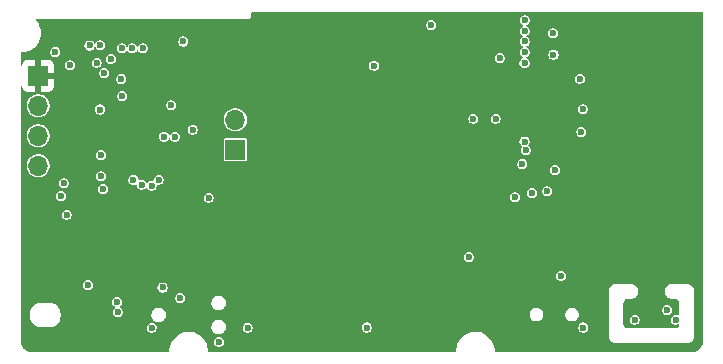
<source format=gbr>
%TF.GenerationSoftware,KiCad,Pcbnew,8.99.0-unknown-7a4b3602b9~181~ubuntu24.04.1*%
%TF.CreationDate,2024-12-15T13:41:47-05:00*%
%TF.ProjectId,nRF54L_ePaper,6e524635-344c-45f6-9550-617065722e6b,rev?*%
%TF.SameCoordinates,Original*%
%TF.FileFunction,Copper,L2,Inr*%
%TF.FilePolarity,Positive*%
%FSLAX46Y46*%
G04 Gerber Fmt 4.6, Leading zero omitted, Abs format (unit mm)*
G04 Created by KiCad (PCBNEW 8.99.0-unknown-7a4b3602b9~181~ubuntu24.04.1) date 2024-12-15 13:41:47*
%MOMM*%
%LPD*%
G01*
G04 APERTURE LIST*
%TA.AperFunction,ComponentPad*%
%ADD10R,1.700000X1.700000*%
%TD*%
%TA.AperFunction,ComponentPad*%
%ADD11O,1.700000X1.700000*%
%TD*%
%TA.AperFunction,ViaPad*%
%ADD12C,0.600000*%
%TD*%
G04 APERTURE END LIST*
D10*
%TO.N,Net-(BT1-+)*%
%TO.C,JP2*%
X118300000Y-56775000D03*
D11*
%TO.N,Net-(JP1-B)*%
X118300000Y-54235000D03*
%TD*%
D10*
%TO.N,VDD*%
%TO.C,J1*%
X101600000Y-50500000D03*
D11*
%TO.N,/UART_TX*%
X101600000Y-53040000D03*
%TO.N,/UART_RX*%
X101600000Y-55580000D03*
%TO.N,GND*%
X101600000Y-58120000D03*
%TD*%
D12*
%TO.N,VDD*%
X112130000Y-72320000D03*
X151460000Y-67300000D03*
X113600000Y-53500000D03*
X147540000Y-67830000D03*
X142200000Y-53840000D03*
X153040000Y-68600000D03*
X101190000Y-66090000D03*
X145230000Y-52040000D03*
X155620000Y-67300000D03*
%TO.N,GND*%
X142790000Y-48500000D03*
X112130000Y-68430000D03*
X105820000Y-68230000D03*
X109560000Y-48190000D03*
X106850000Y-53360000D03*
X142780000Y-56070000D03*
X142790000Y-46700000D03*
X106930000Y-57220000D03*
X144700000Y-60280000D03*
X108720000Y-52220000D03*
X104010000Y-62260000D03*
X108670000Y-48190000D03*
X108650000Y-50770000D03*
X152110000Y-71150000D03*
X142790000Y-45800000D03*
X103550000Y-60700000D03*
X142870000Y-56808000D03*
X113890000Y-47600000D03*
X142790000Y-47600000D03*
X113630000Y-69320000D03*
X113180000Y-55660000D03*
X112260000Y-55650000D03*
X142780000Y-49410000D03*
X114690000Y-55060000D03*
X147460000Y-50750000D03*
X104290000Y-49610000D03*
X108330000Y-70500000D03*
X147580000Y-55250000D03*
X143400000Y-60430000D03*
X108270000Y-69650000D03*
X110450000Y-48190000D03*
X116910000Y-73020000D03*
X112880000Y-53000000D03*
%TO.N,/PREVGL*%
X145185000Y-46905000D03*
X134880000Y-46200000D03*
%TO.N,/SCL*%
X109670000Y-59340000D03*
X154860000Y-70350000D03*
X106850000Y-47930000D03*
%TO.N,/SDA*%
X155570000Y-71150000D03*
X105950000Y-47940000D03*
X110370000Y-59730000D03*
%TO.N,/PREVGH*%
X145230466Y-48707047D03*
X140680000Y-49000000D03*
%TO.N,/GDR*%
X140340000Y-54140000D03*
X145370000Y-58490000D03*
%TO.N,/RESE*%
X142600000Y-57970000D03*
X138440000Y-54140000D03*
%TO.N,/EPD_DC*%
X130050000Y-49640000D03*
X147700000Y-53340000D03*
%TO.N,Net-(Q2-G)*%
X103060000Y-48500000D03*
X103760000Y-59620000D03*
%TO.N,Net-(J4-SWDIO)*%
X106560000Y-49400000D03*
%TO.N,Net-(J4-~{RESET})*%
X107750000Y-49070000D03*
%TO.N,Net-(J4-SWCLK)*%
X107200000Y-50280000D03*
%TO.N,/SW1*%
X111220000Y-71830000D03*
%TO.N,/SW2*%
X119330000Y-71830000D03*
%TO.N,/SW3*%
X129410000Y-71820000D03*
%TO.N,/SW4*%
X147750000Y-71820000D03*
%TO.N,/UART_TX*%
X111200000Y-59800000D03*
X106920000Y-59020000D03*
%TO.N,/UART_RX*%
X107100000Y-60100000D03*
X111800000Y-59300000D03*
%TO.N,Net-(BT1-+)*%
X116030000Y-60820000D03*
X141960000Y-60800000D03*
%TO.N,Net-(JP1-B)*%
X138050000Y-65860000D03*
X145870000Y-67430000D03*
%TD*%
%TA.AperFunction,Conductor*%
%TO.N,VDD*%
G36*
X157854194Y-45118306D02*
G01*
X157872500Y-45162500D01*
X157872500Y-72996930D01*
X157872199Y-73003056D01*
X157856338Y-73164088D01*
X157853948Y-73176105D01*
X157807871Y-73328002D01*
X157803182Y-73339321D01*
X157728358Y-73479307D01*
X157721551Y-73489494D01*
X157620856Y-73612192D01*
X157612192Y-73620856D01*
X157489494Y-73721551D01*
X157479307Y-73728358D01*
X157339321Y-73803182D01*
X157328002Y-73807871D01*
X157176105Y-73853948D01*
X157164088Y-73856338D01*
X157003056Y-73872199D01*
X156996930Y-73872500D01*
X140320727Y-73872500D01*
X140304551Y-73870370D01*
X140292425Y-73867121D01*
X140264408Y-73850945D01*
X140261554Y-73848091D01*
X140256726Y-73839728D01*
X140254475Y-73838001D01*
X140254104Y-73835187D01*
X140245378Y-73820072D01*
X140242128Y-73807945D01*
X140240000Y-73791773D01*
X140240000Y-73678042D01*
X140240000Y-73678036D01*
X140203645Y-73436832D01*
X140197949Y-73418367D01*
X140131748Y-73203748D01*
X140131747Y-73203744D01*
X140131746Y-73203740D01*
X140025909Y-72983968D01*
X139893813Y-72790219D01*
X139888505Y-72782433D01*
X139888502Y-72782430D01*
X139888499Y-72782425D01*
X139722585Y-72603612D01*
X139722580Y-72603608D01*
X139722577Y-72603605D01*
X139531883Y-72451531D01*
X139531877Y-72451527D01*
X139531874Y-72451525D01*
X139320626Y-72329561D01*
X139093559Y-72240444D01*
X139093555Y-72240443D01*
X139093552Y-72240442D01*
X138855747Y-72186165D01*
X138612503Y-72167936D01*
X138612497Y-72167936D01*
X138369253Y-72186165D01*
X138369251Y-72186165D01*
X138131447Y-72240442D01*
X138131444Y-72240443D01*
X138131442Y-72240443D01*
X138131441Y-72240444D01*
X138087988Y-72257498D01*
X137904371Y-72329562D01*
X137693116Y-72451531D01*
X137502422Y-72603605D01*
X137502417Y-72603610D01*
X137502415Y-72603611D01*
X137502415Y-72603612D01*
X137354157Y-72763397D01*
X137336494Y-72782433D01*
X137199091Y-72983967D01*
X137093252Y-73203744D01*
X137093251Y-73203748D01*
X137021356Y-73436824D01*
X136985000Y-73678036D01*
X136985000Y-73791773D01*
X136982870Y-73807951D01*
X136979621Y-73820075D01*
X136963445Y-73848091D01*
X136960591Y-73850945D01*
X136952225Y-73855775D01*
X136950499Y-73858025D01*
X136947688Y-73858394D01*
X136932574Y-73867121D01*
X136920447Y-73870370D01*
X136904273Y-73872500D01*
X116045727Y-73872500D01*
X116029551Y-73870370D01*
X116017425Y-73867121D01*
X115989408Y-73850945D01*
X115986554Y-73848091D01*
X115981726Y-73839728D01*
X115979475Y-73838001D01*
X115979104Y-73835187D01*
X115970378Y-73820072D01*
X115967128Y-73807945D01*
X115965000Y-73791773D01*
X115965000Y-73678042D01*
X115965000Y-73678036D01*
X115928645Y-73436832D01*
X115922949Y-73418367D01*
X115856748Y-73203748D01*
X115856747Y-73203744D01*
X115856746Y-73203740D01*
X115750909Y-72983968D01*
X115737104Y-72963720D01*
X116482500Y-72963720D01*
X116482500Y-73076279D01*
X116482501Y-73076287D01*
X116511632Y-73185008D01*
X116511633Y-73185011D01*
X116567914Y-73282490D01*
X116567919Y-73282496D01*
X116647503Y-73362080D01*
X116647509Y-73362085D01*
X116744988Y-73418366D01*
X116744991Y-73418367D01*
X116853719Y-73447500D01*
X116853720Y-73447500D01*
X116966280Y-73447500D01*
X116966281Y-73447500D01*
X117075009Y-73418367D01*
X117172491Y-73362085D01*
X117252085Y-73282491D01*
X117308367Y-73185009D01*
X117337500Y-73076281D01*
X117337500Y-72963719D01*
X117308367Y-72854991D01*
X117308366Y-72854988D01*
X117252085Y-72757509D01*
X117252080Y-72757503D01*
X117172496Y-72677919D01*
X117172490Y-72677914D01*
X117075011Y-72621633D01*
X117075008Y-72621632D01*
X116966287Y-72592501D01*
X116966282Y-72592500D01*
X116966281Y-72592500D01*
X116853719Y-72592500D01*
X116853718Y-72592500D01*
X116853712Y-72592501D01*
X116744991Y-72621632D01*
X116744988Y-72621633D01*
X116647509Y-72677914D01*
X116647503Y-72677919D01*
X116567919Y-72757503D01*
X116567914Y-72757509D01*
X116511633Y-72854988D01*
X116511632Y-72854991D01*
X116482501Y-72963712D01*
X116482500Y-72963720D01*
X115737104Y-72963720D01*
X115618813Y-72790219D01*
X115613505Y-72782433D01*
X115613502Y-72782430D01*
X115613499Y-72782425D01*
X115447585Y-72603612D01*
X115447580Y-72603608D01*
X115447577Y-72603605D01*
X115256883Y-72451531D01*
X115256877Y-72451527D01*
X115256874Y-72451525D01*
X115045626Y-72329561D01*
X114818559Y-72240444D01*
X114818555Y-72240443D01*
X114818552Y-72240442D01*
X114580747Y-72186165D01*
X114337503Y-72167936D01*
X114337497Y-72167936D01*
X114094253Y-72186165D01*
X114094251Y-72186165D01*
X113856447Y-72240442D01*
X113856444Y-72240443D01*
X113856442Y-72240443D01*
X113856441Y-72240444D01*
X113812988Y-72257498D01*
X113629371Y-72329562D01*
X113418116Y-72451531D01*
X113227422Y-72603605D01*
X113227417Y-72603610D01*
X113227415Y-72603611D01*
X113227415Y-72603612D01*
X113079157Y-72763397D01*
X113061494Y-72782433D01*
X112924091Y-72983967D01*
X112818252Y-73203744D01*
X112818251Y-73203748D01*
X112746356Y-73436824D01*
X112710000Y-73678036D01*
X112710000Y-73791773D01*
X112707870Y-73807951D01*
X112704621Y-73820075D01*
X112688445Y-73848091D01*
X112685591Y-73850945D01*
X112677225Y-73855775D01*
X112675499Y-73858025D01*
X112672688Y-73858394D01*
X112657574Y-73867121D01*
X112645447Y-73870370D01*
X112629273Y-73872500D01*
X101003070Y-73872500D01*
X100996944Y-73872199D01*
X100835911Y-73856338D01*
X100823894Y-73853948D01*
X100671997Y-73807871D01*
X100660678Y-73803182D01*
X100520692Y-73728358D01*
X100510505Y-73721551D01*
X100457481Y-73678036D01*
X100387805Y-73620854D01*
X100379143Y-73612192D01*
X100347877Y-73574094D01*
X100278445Y-73489490D01*
X100271644Y-73479311D01*
X100196815Y-73339317D01*
X100192130Y-73328007D01*
X100146050Y-73176101D01*
X100143661Y-73164088D01*
X100140057Y-73127500D01*
X100127801Y-73003056D01*
X100127500Y-72996930D01*
X100127500Y-70648799D01*
X100872500Y-70648799D01*
X100872500Y-70851200D01*
X100911985Y-71049709D01*
X100911985Y-71049710D01*
X100989441Y-71236704D01*
X100989442Y-71236706D01*
X101080377Y-71372800D01*
X101101888Y-71404993D01*
X101245007Y-71548112D01*
X101413296Y-71660559D01*
X101600289Y-71738014D01*
X101798800Y-71777500D01*
X102601200Y-71777500D01*
X102620203Y-71773720D01*
X110792500Y-71773720D01*
X110792500Y-71886279D01*
X110792501Y-71886287D01*
X110821632Y-71995008D01*
X110821633Y-71995011D01*
X110877914Y-72092490D01*
X110877919Y-72092496D01*
X110957503Y-72172080D01*
X110957509Y-72172085D01*
X111054988Y-72228366D01*
X111054991Y-72228367D01*
X111163719Y-72257500D01*
X111163720Y-72257500D01*
X111276280Y-72257500D01*
X111276281Y-72257500D01*
X111385009Y-72228367D01*
X111482491Y-72172085D01*
X111562085Y-72092491D01*
X111618367Y-71995009D01*
X111647500Y-71886281D01*
X111647500Y-71773719D01*
X111628996Y-71704659D01*
X116254700Y-71704659D01*
X116254700Y-71827340D01*
X116278633Y-71947662D01*
X116325582Y-72061006D01*
X116325583Y-72061008D01*
X116393739Y-72163011D01*
X116393740Y-72163012D01*
X116480488Y-72249760D01*
X116582494Y-72317918D01*
X116695836Y-72364866D01*
X116816160Y-72388800D01*
X116938840Y-72388800D01*
X117059164Y-72364866D01*
X117172506Y-72317918D01*
X117274512Y-72249760D01*
X117361260Y-72163012D01*
X117429418Y-72061006D01*
X117476366Y-71947664D01*
X117500300Y-71827340D01*
X117500300Y-71773720D01*
X118902500Y-71773720D01*
X118902500Y-71886279D01*
X118902501Y-71886287D01*
X118931632Y-71995008D01*
X118931633Y-71995011D01*
X118987914Y-72092490D01*
X118987919Y-72092496D01*
X119067503Y-72172080D01*
X119067509Y-72172085D01*
X119164988Y-72228366D01*
X119164991Y-72228367D01*
X119273719Y-72257500D01*
X119273720Y-72257500D01*
X119386280Y-72257500D01*
X119386281Y-72257500D01*
X119495009Y-72228367D01*
X119592491Y-72172085D01*
X119672085Y-72092491D01*
X119728367Y-71995009D01*
X119757500Y-71886281D01*
X119757500Y-71773719D01*
X119757499Y-71773718D01*
X119757499Y-71773712D01*
X119754822Y-71763720D01*
X128982500Y-71763720D01*
X128982500Y-71876279D01*
X128982501Y-71876287D01*
X129011632Y-71985008D01*
X129011633Y-71985011D01*
X129067914Y-72082490D01*
X129067919Y-72082496D01*
X129147503Y-72162080D01*
X129147509Y-72162085D01*
X129244988Y-72218366D01*
X129244991Y-72218367D01*
X129353719Y-72247500D01*
X129353720Y-72247500D01*
X129466280Y-72247500D01*
X129466281Y-72247500D01*
X129575009Y-72218367D01*
X129672491Y-72162085D01*
X129752085Y-72082491D01*
X129802592Y-71995011D01*
X129808366Y-71985011D01*
X129808367Y-71985008D01*
X129818374Y-71947662D01*
X129837500Y-71876281D01*
X129837500Y-71763720D01*
X147322500Y-71763720D01*
X147322500Y-71876279D01*
X147322501Y-71876287D01*
X147351632Y-71985008D01*
X147351633Y-71985011D01*
X147407914Y-72082490D01*
X147407919Y-72082496D01*
X147487503Y-72162080D01*
X147487509Y-72162085D01*
X147584988Y-72218366D01*
X147584991Y-72218367D01*
X147693719Y-72247500D01*
X147693720Y-72247500D01*
X147806280Y-72247500D01*
X147806281Y-72247500D01*
X147915009Y-72218367D01*
X148012491Y-72162085D01*
X148092085Y-72082491D01*
X148142592Y-71995011D01*
X148148366Y-71985011D01*
X148148367Y-71985008D01*
X148158374Y-71947662D01*
X148177500Y-71876281D01*
X148177500Y-71763719D01*
X148148367Y-71654991D01*
X148148366Y-71654988D01*
X148092085Y-71557509D01*
X148092080Y-71557503D01*
X148012496Y-71477919D01*
X148012490Y-71477914D01*
X147915011Y-71421633D01*
X147915008Y-71421632D01*
X147806287Y-71392501D01*
X147806282Y-71392500D01*
X147806281Y-71392500D01*
X147693719Y-71392500D01*
X147693718Y-71392500D01*
X147693712Y-71392501D01*
X147584991Y-71421632D01*
X147584988Y-71421633D01*
X147487509Y-71477914D01*
X147487503Y-71477919D01*
X147407919Y-71557503D01*
X147407914Y-71557509D01*
X147351633Y-71654988D01*
X147351632Y-71654991D01*
X147322501Y-71763712D01*
X147322500Y-71763720D01*
X129837500Y-71763720D01*
X129837500Y-71763719D01*
X129808367Y-71654991D01*
X129808366Y-71654988D01*
X129752085Y-71557509D01*
X129752080Y-71557503D01*
X129672496Y-71477919D01*
X129672490Y-71477914D01*
X129575011Y-71421633D01*
X129575008Y-71421632D01*
X129466287Y-71392501D01*
X129466282Y-71392500D01*
X129466281Y-71392500D01*
X129353719Y-71392500D01*
X129353718Y-71392500D01*
X129353712Y-71392501D01*
X129244991Y-71421632D01*
X129244988Y-71421633D01*
X129147509Y-71477914D01*
X129147503Y-71477919D01*
X129067919Y-71557503D01*
X129067914Y-71557509D01*
X129011633Y-71654988D01*
X129011632Y-71654991D01*
X128982501Y-71763712D01*
X128982500Y-71763720D01*
X119754822Y-71763720D01*
X119728367Y-71664991D01*
X119728366Y-71664988D01*
X119672085Y-71567509D01*
X119672080Y-71567503D01*
X119592496Y-71487919D01*
X119592490Y-71487914D01*
X119495011Y-71431633D01*
X119495008Y-71431632D01*
X119386287Y-71402501D01*
X119386282Y-71402500D01*
X119386281Y-71402500D01*
X119273719Y-71402500D01*
X119273718Y-71402500D01*
X119273712Y-71402501D01*
X119164991Y-71431632D01*
X119164988Y-71431633D01*
X119067509Y-71487914D01*
X119067503Y-71487919D01*
X118987919Y-71567503D01*
X118987914Y-71567509D01*
X118931633Y-71664988D01*
X118931632Y-71664991D01*
X118902501Y-71773712D01*
X118902500Y-71773720D01*
X117500300Y-71773720D01*
X117500300Y-71704660D01*
X117476366Y-71584336D01*
X117429418Y-71470994D01*
X117361260Y-71368988D01*
X117274512Y-71282240D01*
X117274511Y-71282239D01*
X117172508Y-71214083D01*
X117172506Y-71214082D01*
X117059162Y-71167133D01*
X116938840Y-71143200D01*
X116816160Y-71143200D01*
X116695837Y-71167133D01*
X116582493Y-71214082D01*
X116582491Y-71214083D01*
X116480488Y-71282239D01*
X116393739Y-71368988D01*
X116325583Y-71470991D01*
X116325582Y-71470993D01*
X116278633Y-71584337D01*
X116254700Y-71704659D01*
X111628996Y-71704659D01*
X111618367Y-71664991D01*
X111618366Y-71664988D01*
X111562085Y-71567509D01*
X111562080Y-71567503D01*
X111482496Y-71487919D01*
X111482490Y-71487914D01*
X111385011Y-71431633D01*
X111385008Y-71431632D01*
X111276287Y-71402501D01*
X111276282Y-71402500D01*
X111276281Y-71402500D01*
X111163719Y-71402500D01*
X111163718Y-71402500D01*
X111163712Y-71402501D01*
X111054991Y-71431632D01*
X111054988Y-71431633D01*
X110957509Y-71487914D01*
X110957503Y-71487919D01*
X110877919Y-71567503D01*
X110877914Y-71567509D01*
X110821633Y-71664988D01*
X110821632Y-71664991D01*
X110792501Y-71773712D01*
X110792500Y-71773720D01*
X102620203Y-71773720D01*
X102799711Y-71738014D01*
X102986704Y-71660559D01*
X103154993Y-71548112D01*
X103298112Y-71404993D01*
X103410559Y-71236704D01*
X103488014Y-71049711D01*
X103527500Y-70851200D01*
X103527500Y-70648800D01*
X103488014Y-70450289D01*
X103410559Y-70263296D01*
X103298112Y-70095007D01*
X103154993Y-69951888D01*
X103154992Y-69951887D01*
X102986706Y-69839442D01*
X102986704Y-69839441D01*
X102799709Y-69761985D01*
X102601200Y-69722500D01*
X101798800Y-69722500D01*
X101600290Y-69761985D01*
X101600289Y-69761985D01*
X101413295Y-69839441D01*
X101413293Y-69839442D01*
X101245007Y-69951887D01*
X101101887Y-70095007D01*
X100989442Y-70263293D01*
X100989441Y-70263295D01*
X100911985Y-70450289D01*
X100911985Y-70450290D01*
X100872500Y-70648799D01*
X100127500Y-70648799D01*
X100127500Y-69593720D01*
X107842500Y-69593720D01*
X107842500Y-69706279D01*
X107842501Y-69706287D01*
X107871632Y-69815008D01*
X107871633Y-69815011D01*
X107927914Y-69912490D01*
X107927919Y-69912496D01*
X108007503Y-69992080D01*
X108007512Y-69992087D01*
X108087370Y-70038194D01*
X108116490Y-70076144D01*
X108110246Y-70123570D01*
X108087373Y-70146445D01*
X108067509Y-70157914D01*
X108067503Y-70157919D01*
X107987919Y-70237503D01*
X107987914Y-70237509D01*
X107931633Y-70334988D01*
X107931632Y-70334991D01*
X107902501Y-70443712D01*
X107902500Y-70443720D01*
X107902500Y-70556279D01*
X107902501Y-70556287D01*
X107931632Y-70665008D01*
X107931633Y-70665011D01*
X107987914Y-70762490D01*
X107987919Y-70762496D01*
X108067503Y-70842080D01*
X108067509Y-70842085D01*
X108164988Y-70898366D01*
X108164991Y-70898367D01*
X108273719Y-70927500D01*
X108273720Y-70927500D01*
X108386280Y-70927500D01*
X108386281Y-70927500D01*
X108495009Y-70898367D01*
X108592491Y-70842085D01*
X108672085Y-70762491D01*
X108714712Y-70688659D01*
X111174700Y-70688659D01*
X111174700Y-70811340D01*
X111198633Y-70931662D01*
X111245582Y-71045006D01*
X111245583Y-71045008D01*
X111311193Y-71143200D01*
X111313740Y-71147012D01*
X111400488Y-71233760D01*
X111502494Y-71301918D01*
X111615836Y-71348866D01*
X111736160Y-71372800D01*
X111858840Y-71372800D01*
X111979164Y-71348866D01*
X112092506Y-71301918D01*
X112194512Y-71233760D01*
X112281260Y-71147012D01*
X112349418Y-71045006D01*
X112396366Y-70931664D01*
X112420300Y-70811340D01*
X112420300Y-70688660D01*
X112419093Y-70682592D01*
X112415011Y-70662067D01*
X112413401Y-70653972D01*
X143222500Y-70653972D01*
X143222500Y-70806027D01*
X143222501Y-70806035D01*
X143261854Y-70952903D01*
X143261855Y-70952906D01*
X143261856Y-70952907D01*
X143315029Y-71045006D01*
X143337886Y-71084594D01*
X143337889Y-71084598D01*
X143445401Y-71192110D01*
X143445405Y-71192113D01*
X143445407Y-71192115D01*
X143522641Y-71236706D01*
X143577093Y-71268144D01*
X143577096Y-71268145D01*
X143666981Y-71292229D01*
X143723971Y-71307500D01*
X143723972Y-71307500D01*
X143876028Y-71307500D01*
X143876029Y-71307500D01*
X144022907Y-71268144D01*
X144154593Y-71192115D01*
X144262115Y-71084593D01*
X144338144Y-70952907D01*
X144377500Y-70806029D01*
X144377500Y-70653972D01*
X146222500Y-70653972D01*
X146222500Y-70806027D01*
X146222501Y-70806035D01*
X146261854Y-70952903D01*
X146261855Y-70952906D01*
X146261856Y-70952907D01*
X146315029Y-71045006D01*
X146337886Y-71084594D01*
X146337889Y-71084598D01*
X146445401Y-71192110D01*
X146445405Y-71192113D01*
X146445407Y-71192115D01*
X146522641Y-71236706D01*
X146577093Y-71268144D01*
X146577096Y-71268145D01*
X146666981Y-71292229D01*
X146723971Y-71307500D01*
X146723972Y-71307500D01*
X146876028Y-71307500D01*
X146876029Y-71307500D01*
X147022907Y-71268144D01*
X147154593Y-71192115D01*
X147262115Y-71084593D01*
X147338144Y-70952907D01*
X147377500Y-70806029D01*
X147377500Y-70653971D01*
X147338144Y-70507093D01*
X147262115Y-70375407D01*
X147262113Y-70375405D01*
X147262110Y-70375401D01*
X147154598Y-70267889D01*
X147154594Y-70267886D01*
X147154593Y-70267885D01*
X147067774Y-70217760D01*
X147022906Y-70191855D01*
X147022903Y-70191854D01*
X146876035Y-70152501D01*
X146876030Y-70152500D01*
X146876029Y-70152500D01*
X146723971Y-70152500D01*
X146723970Y-70152500D01*
X146723964Y-70152501D01*
X146577096Y-70191854D01*
X146577093Y-70191855D01*
X146445405Y-70267886D01*
X146445401Y-70267889D01*
X146337889Y-70375401D01*
X146337886Y-70375405D01*
X146261855Y-70507093D01*
X146261854Y-70507096D01*
X146222501Y-70653964D01*
X146222500Y-70653972D01*
X144377500Y-70653972D01*
X144377500Y-70653971D01*
X144338144Y-70507093D01*
X144262115Y-70375407D01*
X144262113Y-70375405D01*
X144262110Y-70375401D01*
X144154598Y-70267889D01*
X144154594Y-70267886D01*
X144154593Y-70267885D01*
X144067774Y-70217760D01*
X144022906Y-70191855D01*
X144022903Y-70191854D01*
X143876035Y-70152501D01*
X143876030Y-70152500D01*
X143876029Y-70152500D01*
X143723971Y-70152500D01*
X143723970Y-70152500D01*
X143723964Y-70152501D01*
X143577096Y-70191854D01*
X143577093Y-70191855D01*
X143445405Y-70267886D01*
X143445401Y-70267889D01*
X143337889Y-70375401D01*
X143337886Y-70375405D01*
X143261855Y-70507093D01*
X143261854Y-70507096D01*
X143222501Y-70653964D01*
X143222500Y-70653972D01*
X112413401Y-70653972D01*
X112396366Y-70568337D01*
X112391375Y-70556287D01*
X112349418Y-70454994D01*
X112281260Y-70352988D01*
X112194512Y-70266240D01*
X112190106Y-70263296D01*
X112092508Y-70198083D01*
X112092506Y-70198082D01*
X111979162Y-70151133D01*
X111858840Y-70127200D01*
X111736160Y-70127200D01*
X111615837Y-70151133D01*
X111502493Y-70198082D01*
X111502491Y-70198083D01*
X111400488Y-70266239D01*
X111313739Y-70352988D01*
X111245583Y-70454991D01*
X111245582Y-70454993D01*
X111198633Y-70568337D01*
X111174700Y-70688659D01*
X108714712Y-70688659D01*
X108728367Y-70665009D01*
X108757500Y-70556281D01*
X108757500Y-70443719D01*
X108728367Y-70334991D01*
X108728366Y-70334988D01*
X108672085Y-70237509D01*
X108672080Y-70237503D01*
X108592496Y-70157919D01*
X108592490Y-70157914D01*
X108512628Y-70111805D01*
X108483508Y-70073855D01*
X108489753Y-70026428D01*
X108512629Y-70003553D01*
X108525060Y-69996375D01*
X108532491Y-69992085D01*
X108612085Y-69912491D01*
X108668367Y-69815009D01*
X108697500Y-69706281D01*
X108697500Y-69593719D01*
X108668367Y-69484991D01*
X108668366Y-69484988D01*
X108612085Y-69387509D01*
X108612080Y-69387503D01*
X108532493Y-69307916D01*
X108532494Y-69307916D01*
X108455946Y-69263720D01*
X113202500Y-69263720D01*
X113202500Y-69376279D01*
X113202501Y-69376287D01*
X113231632Y-69485008D01*
X113231633Y-69485011D01*
X113287914Y-69582490D01*
X113287919Y-69582496D01*
X113367503Y-69662080D01*
X113367509Y-69662085D01*
X113464988Y-69718366D01*
X113464991Y-69718367D01*
X113573719Y-69747500D01*
X113573720Y-69747500D01*
X113686280Y-69747500D01*
X113686281Y-69747500D01*
X113795009Y-69718367D01*
X113874177Y-69672659D01*
X116254700Y-69672659D01*
X116254700Y-69795340D01*
X116278633Y-69915662D01*
X116325582Y-70029006D01*
X116325583Y-70029008D01*
X116380906Y-70111805D01*
X116393740Y-70131012D01*
X116480488Y-70217760D01*
X116582494Y-70285918D01*
X116695836Y-70332866D01*
X116816160Y-70356800D01*
X116938840Y-70356800D01*
X117059164Y-70332866D01*
X117172506Y-70285918D01*
X117274512Y-70217760D01*
X117361260Y-70131012D01*
X117429418Y-70029006D01*
X117476366Y-69915664D01*
X117500300Y-69795340D01*
X117500300Y-69672660D01*
X117476366Y-69552336D01*
X117429418Y-69438994D01*
X117361260Y-69336988D01*
X117274512Y-69250240D01*
X117232998Y-69222501D01*
X117172508Y-69182083D01*
X117172506Y-69182082D01*
X117059162Y-69135133D01*
X116938840Y-69111200D01*
X116816160Y-69111200D01*
X116695837Y-69135133D01*
X116582493Y-69182082D01*
X116582491Y-69182083D01*
X116480488Y-69250239D01*
X116393739Y-69336988D01*
X116325583Y-69438991D01*
X116325582Y-69438993D01*
X116278633Y-69552337D01*
X116254700Y-69672659D01*
X113874177Y-69672659D01*
X113892491Y-69662085D01*
X113908589Y-69645987D01*
X113929181Y-69625396D01*
X113972080Y-69582496D01*
X113972085Y-69582491D01*
X114028367Y-69485009D01*
X114057500Y-69376281D01*
X114057500Y-69263719D01*
X114028367Y-69154991D01*
X114028366Y-69154988D01*
X113972085Y-69057509D01*
X113972080Y-69057503D01*
X113892496Y-68977919D01*
X113892490Y-68977914D01*
X113795011Y-68921633D01*
X113795008Y-68921632D01*
X113686287Y-68892501D01*
X113686282Y-68892500D01*
X113686281Y-68892500D01*
X113573719Y-68892500D01*
X113573718Y-68892500D01*
X113573712Y-68892501D01*
X113464991Y-68921632D01*
X113464988Y-68921633D01*
X113367509Y-68977914D01*
X113367503Y-68977919D01*
X113287919Y-69057503D01*
X113287914Y-69057509D01*
X113231633Y-69154988D01*
X113231632Y-69154991D01*
X113202501Y-69263712D01*
X113202500Y-69263720D01*
X108455946Y-69263720D01*
X108435011Y-69251633D01*
X108435008Y-69251632D01*
X108326287Y-69222501D01*
X108326282Y-69222500D01*
X108326281Y-69222500D01*
X108213719Y-69222500D01*
X108213718Y-69222500D01*
X108213712Y-69222501D01*
X108104991Y-69251632D01*
X108104988Y-69251633D01*
X108007509Y-69307914D01*
X108007503Y-69307919D01*
X107927919Y-69387503D01*
X107927914Y-69387509D01*
X107871633Y-69484988D01*
X107871632Y-69484991D01*
X107842501Y-69593712D01*
X107842500Y-69593720D01*
X100127500Y-69593720D01*
X100127500Y-68173720D01*
X105392500Y-68173720D01*
X105392500Y-68286279D01*
X105392501Y-68286287D01*
X105421632Y-68395008D01*
X105421633Y-68395011D01*
X105477914Y-68492490D01*
X105477919Y-68492496D01*
X105557503Y-68572080D01*
X105557509Y-68572085D01*
X105654988Y-68628366D01*
X105654991Y-68628367D01*
X105763719Y-68657500D01*
X105763720Y-68657500D01*
X105876280Y-68657500D01*
X105876281Y-68657500D01*
X105985009Y-68628367D01*
X106082491Y-68572085D01*
X106162085Y-68492491D01*
X106218367Y-68395009D01*
X106221395Y-68383705D01*
X106224071Y-68373720D01*
X111702500Y-68373720D01*
X111702500Y-68486279D01*
X111702501Y-68486287D01*
X111731632Y-68595008D01*
X111731633Y-68595011D01*
X111787914Y-68692490D01*
X111787919Y-68692496D01*
X111867503Y-68772080D01*
X111867509Y-68772085D01*
X111964988Y-68828366D01*
X111964991Y-68828367D01*
X112073719Y-68857500D01*
X112073720Y-68857500D01*
X112186280Y-68857500D01*
X112186281Y-68857500D01*
X112295009Y-68828367D01*
X112308289Y-68820700D01*
X112315612Y-68816471D01*
X112392491Y-68772085D01*
X112472085Y-68692491D01*
X112479703Y-68679296D01*
X149892500Y-68679296D01*
X149892500Y-72570703D01*
X149923964Y-72708559D01*
X149985316Y-72835960D01*
X149985318Y-72835963D01*
X150073483Y-72946517D01*
X150184037Y-73034682D01*
X150311438Y-73096035D01*
X150449298Y-73127500D01*
X150449299Y-73127500D01*
X156590701Y-73127500D01*
X156590702Y-73127500D01*
X156728562Y-73096035D01*
X156855963Y-73034682D01*
X156966517Y-72946517D01*
X157054682Y-72835963D01*
X157116035Y-72708562D01*
X157147500Y-72570702D01*
X157147500Y-72500000D01*
X157147500Y-72470899D01*
X157147500Y-68724639D01*
X157147500Y-68679298D01*
X157116035Y-68541438D01*
X157054682Y-68414037D01*
X156966517Y-68303483D01*
X156855963Y-68215318D01*
X156855960Y-68215316D01*
X156785217Y-68181248D01*
X156728562Y-68153965D01*
X156728560Y-68153964D01*
X156728559Y-68153964D01*
X156590703Y-68122500D01*
X156590702Y-68122500D01*
X156545361Y-68122500D01*
X155299101Y-68122500D01*
X155270000Y-68122500D01*
X155199298Y-68122500D01*
X155199296Y-68122500D01*
X155061440Y-68153964D01*
X154934039Y-68215316D01*
X154934036Y-68215318D01*
X154823483Y-68303483D01*
X154735318Y-68414036D01*
X154735316Y-68414039D01*
X154673964Y-68541440D01*
X154642500Y-68679296D01*
X154642500Y-68820703D01*
X154668872Y-68936250D01*
X154673965Y-68958562D01*
X154683285Y-68977915D01*
X154735316Y-69085960D01*
X154735318Y-69085963D01*
X154823483Y-69196517D01*
X154934037Y-69284682D01*
X155061438Y-69346035D01*
X155199298Y-69377500D01*
X155244639Y-69377500D01*
X155490899Y-69377500D01*
X155515906Y-69377500D01*
X155524063Y-69378035D01*
X155531569Y-69379023D01*
X155608256Y-69389119D01*
X155624006Y-69393339D01*
X155690931Y-69421060D01*
X155698645Y-69424256D01*
X155712774Y-69432413D01*
X155776868Y-69481593D01*
X155788406Y-69493131D01*
X155837586Y-69557225D01*
X155845743Y-69571354D01*
X155876658Y-69645987D01*
X155880880Y-69661746D01*
X155889161Y-69724639D01*
X155891965Y-69745936D01*
X155892500Y-69754094D01*
X155892500Y-70734307D01*
X155874194Y-70778501D01*
X155830000Y-70796807D01*
X155798750Y-70788433D01*
X155735014Y-70751635D01*
X155735008Y-70751632D01*
X155626287Y-70722501D01*
X155626282Y-70722500D01*
X155626281Y-70722500D01*
X155513719Y-70722500D01*
X155513718Y-70722500D01*
X155513712Y-70722501D01*
X155404991Y-70751632D01*
X155404988Y-70751633D01*
X155307509Y-70807914D01*
X155307503Y-70807919D01*
X155227919Y-70887503D01*
X155227914Y-70887509D01*
X155171633Y-70984988D01*
X155171632Y-70984991D01*
X155142501Y-71093712D01*
X155142500Y-71093720D01*
X155142500Y-71206279D01*
X155142501Y-71206287D01*
X155171632Y-71315008D01*
X155171633Y-71315011D01*
X155227914Y-71412490D01*
X155227919Y-71412496D01*
X155307503Y-71492080D01*
X155307509Y-71492085D01*
X155404988Y-71548366D01*
X155404991Y-71548367D01*
X155513719Y-71577500D01*
X155513720Y-71577500D01*
X155626280Y-71577500D01*
X155626281Y-71577500D01*
X155735009Y-71548367D01*
X155788806Y-71517306D01*
X155808762Y-71514678D01*
X155828212Y-71509467D01*
X155831951Y-71511625D01*
X155836231Y-71511062D01*
X155852202Y-71523317D01*
X155869640Y-71533384D01*
X155870757Y-71537554D01*
X155874182Y-71540182D01*
X155882021Y-71579587D01*
X155880880Y-71588255D01*
X155876658Y-71604012D01*
X155845743Y-71678645D01*
X155837586Y-71692774D01*
X155788406Y-71756868D01*
X155776868Y-71768406D01*
X155712774Y-71817586D01*
X155698645Y-71825743D01*
X155624012Y-71856658D01*
X155608252Y-71860881D01*
X155524064Y-71871965D01*
X155515906Y-71872500D01*
X151524094Y-71872500D01*
X151515936Y-71871965D01*
X151431746Y-71860880D01*
X151415988Y-71856658D01*
X151366026Y-71835963D01*
X151341354Y-71825743D01*
X151327225Y-71817586D01*
X151263131Y-71768406D01*
X151251593Y-71756868D01*
X151202413Y-71692774D01*
X151194256Y-71678645D01*
X151186764Y-71660558D01*
X151163339Y-71604006D01*
X151159119Y-71588256D01*
X151149779Y-71517307D01*
X151148035Y-71504062D01*
X151147500Y-71495905D01*
X151147500Y-71093720D01*
X151682500Y-71093720D01*
X151682500Y-71206279D01*
X151682501Y-71206287D01*
X151711632Y-71315008D01*
X151711633Y-71315011D01*
X151767914Y-71412490D01*
X151767919Y-71412496D01*
X151847503Y-71492080D01*
X151847509Y-71492085D01*
X151944988Y-71548366D01*
X151944991Y-71548367D01*
X152053719Y-71577500D01*
X152053720Y-71577500D01*
X152166280Y-71577500D01*
X152166281Y-71577500D01*
X152275009Y-71548367D01*
X152372491Y-71492085D01*
X152452085Y-71412491D01*
X152508367Y-71315009D01*
X152537500Y-71206281D01*
X152537500Y-71093719D01*
X152508367Y-70984991D01*
X152508366Y-70984988D01*
X152452085Y-70887509D01*
X152452080Y-70887503D01*
X152372496Y-70807919D01*
X152372490Y-70807914D01*
X152275011Y-70751633D01*
X152275008Y-70751632D01*
X152166287Y-70722501D01*
X152166282Y-70722500D01*
X152166281Y-70722500D01*
X152053719Y-70722500D01*
X152053718Y-70722500D01*
X152053712Y-70722501D01*
X151944991Y-70751632D01*
X151944988Y-70751633D01*
X151847509Y-70807914D01*
X151847503Y-70807919D01*
X151767919Y-70887503D01*
X151767914Y-70887509D01*
X151711633Y-70984988D01*
X151711632Y-70984991D01*
X151682501Y-71093712D01*
X151682500Y-71093720D01*
X151147500Y-71093720D01*
X151147500Y-70293720D01*
X154432500Y-70293720D01*
X154432500Y-70406279D01*
X154432501Y-70406287D01*
X154461632Y-70515008D01*
X154461633Y-70515011D01*
X154517914Y-70612490D01*
X154517919Y-70612496D01*
X154597503Y-70692080D01*
X154597509Y-70692085D01*
X154694988Y-70748366D01*
X154694991Y-70748367D01*
X154803719Y-70777500D01*
X154803720Y-70777500D01*
X154916280Y-70777500D01*
X154916281Y-70777500D01*
X155025009Y-70748367D01*
X155122491Y-70692085D01*
X155202085Y-70612491D01*
X155258367Y-70515009D01*
X155287500Y-70406281D01*
X155287500Y-70293719D01*
X155258367Y-70184991D01*
X155258366Y-70184988D01*
X155202085Y-70087509D01*
X155202080Y-70087503D01*
X155122496Y-70007919D01*
X155122490Y-70007914D01*
X155025011Y-69951633D01*
X155025008Y-69951632D01*
X154916287Y-69922501D01*
X154916282Y-69922500D01*
X154916281Y-69922500D01*
X154803719Y-69922500D01*
X154803718Y-69922500D01*
X154803712Y-69922501D01*
X154694991Y-69951632D01*
X154694988Y-69951633D01*
X154597509Y-70007914D01*
X154597503Y-70007919D01*
X154517919Y-70087503D01*
X154517914Y-70087509D01*
X154461633Y-70184988D01*
X154461632Y-70184991D01*
X154432501Y-70293712D01*
X154432500Y-70293720D01*
X151147500Y-70293720D01*
X151147500Y-69754094D01*
X151148035Y-69745937D01*
X151150839Y-69724639D01*
X151159119Y-69661741D01*
X151163338Y-69645995D01*
X151194257Y-69571352D01*
X151202413Y-69557225D01*
X151214527Y-69541438D01*
X151251596Y-69493127D01*
X151263127Y-69481596D01*
X151327225Y-69432413D01*
X151341352Y-69424257D01*
X151415995Y-69393338D01*
X151431741Y-69389119D01*
X151509393Y-69378896D01*
X151515937Y-69378035D01*
X151524094Y-69377500D01*
X151840701Y-69377500D01*
X151840702Y-69377500D01*
X151978562Y-69346035D01*
X152105963Y-69284682D01*
X152216517Y-69196517D01*
X152304682Y-69085963D01*
X152366035Y-68958562D01*
X152397500Y-68820702D01*
X152397500Y-68750000D01*
X152397500Y-68720899D01*
X152397500Y-68679298D01*
X152366035Y-68541438D01*
X152304682Y-68414037D01*
X152216517Y-68303483D01*
X152105963Y-68215318D01*
X152105960Y-68215316D01*
X152035217Y-68181248D01*
X151978562Y-68153965D01*
X151978560Y-68153964D01*
X151978559Y-68153964D01*
X151840703Y-68122500D01*
X151840702Y-68122500D01*
X151795361Y-68122500D01*
X150549101Y-68122500D01*
X150520000Y-68122500D01*
X150449298Y-68122500D01*
X150449296Y-68122500D01*
X150311440Y-68153964D01*
X150184039Y-68215316D01*
X150184036Y-68215318D01*
X150073483Y-68303483D01*
X149985318Y-68414036D01*
X149985316Y-68414039D01*
X149923964Y-68541440D01*
X149892500Y-68679296D01*
X112479703Y-68679296D01*
X112492287Y-68657500D01*
X112499772Y-68644537D01*
X112499773Y-68644536D01*
X112528364Y-68595014D01*
X112528366Y-68595011D01*
X112528367Y-68595009D01*
X112557500Y-68486281D01*
X112557500Y-68373719D01*
X112528367Y-68264991D01*
X112528366Y-68264988D01*
X112472085Y-68167509D01*
X112472080Y-68167503D01*
X112392496Y-68087919D01*
X112392490Y-68087914D01*
X112295011Y-68031633D01*
X112295008Y-68031632D01*
X112186287Y-68002501D01*
X112186282Y-68002500D01*
X112186281Y-68002500D01*
X112073719Y-68002500D01*
X112073718Y-68002500D01*
X112073712Y-68002501D01*
X111964991Y-68031632D01*
X111964988Y-68031633D01*
X111867509Y-68087914D01*
X111867503Y-68087919D01*
X111787919Y-68167503D01*
X111787914Y-68167509D01*
X111731633Y-68264988D01*
X111731632Y-68264991D01*
X111702501Y-68373712D01*
X111702500Y-68373720D01*
X106224071Y-68373720D01*
X106229504Y-68353447D01*
X106247498Y-68286287D01*
X106247500Y-68286279D01*
X106247500Y-68173720D01*
X106247498Y-68173712D01*
X106218367Y-68064991D01*
X106218366Y-68064988D01*
X106162085Y-67967509D01*
X106162080Y-67967503D01*
X106082496Y-67887919D01*
X106082490Y-67887914D01*
X105985011Y-67831633D01*
X105985008Y-67831632D01*
X105876287Y-67802501D01*
X105876282Y-67802500D01*
X105876281Y-67802500D01*
X105763719Y-67802500D01*
X105763718Y-67802500D01*
X105763712Y-67802501D01*
X105654991Y-67831632D01*
X105654988Y-67831633D01*
X105557509Y-67887914D01*
X105557503Y-67887919D01*
X105477919Y-67967503D01*
X105477914Y-67967509D01*
X105421633Y-68064988D01*
X105421632Y-68064991D01*
X105392501Y-68173712D01*
X105392500Y-68173720D01*
X100127500Y-68173720D01*
X100127500Y-67373720D01*
X145442500Y-67373720D01*
X145442500Y-67486279D01*
X145442501Y-67486287D01*
X145471632Y-67595008D01*
X145471633Y-67595011D01*
X145527914Y-67692490D01*
X145527919Y-67692496D01*
X145607503Y-67772080D01*
X145607509Y-67772085D01*
X145704988Y-67828366D01*
X145704991Y-67828367D01*
X145813719Y-67857500D01*
X145813720Y-67857500D01*
X145926280Y-67857500D01*
X145926281Y-67857500D01*
X146035009Y-67828367D01*
X146132491Y-67772085D01*
X146212085Y-67692491D01*
X146268367Y-67595009D01*
X146297500Y-67486281D01*
X146297500Y-67373719D01*
X146268367Y-67264991D01*
X146268366Y-67264988D01*
X146212085Y-67167509D01*
X146212080Y-67167503D01*
X146132496Y-67087919D01*
X146132490Y-67087914D01*
X146035011Y-67031633D01*
X146035008Y-67031632D01*
X145926287Y-67002501D01*
X145926282Y-67002500D01*
X145926281Y-67002500D01*
X145813719Y-67002500D01*
X145813718Y-67002500D01*
X145813712Y-67002501D01*
X145704991Y-67031632D01*
X145704988Y-67031633D01*
X145607509Y-67087914D01*
X145607503Y-67087919D01*
X145527919Y-67167503D01*
X145527914Y-67167509D01*
X145471633Y-67264988D01*
X145471632Y-67264991D01*
X145442501Y-67373712D01*
X145442500Y-67373720D01*
X100127500Y-67373720D01*
X100127500Y-65803720D01*
X137622500Y-65803720D01*
X137622500Y-65916279D01*
X137622501Y-65916287D01*
X137651632Y-66025008D01*
X137651633Y-66025011D01*
X137707914Y-66122490D01*
X137707919Y-66122496D01*
X137787503Y-66202080D01*
X137787509Y-66202085D01*
X137884988Y-66258366D01*
X137884991Y-66258367D01*
X137993719Y-66287500D01*
X137993720Y-66287500D01*
X138106280Y-66287500D01*
X138106281Y-66287500D01*
X138215009Y-66258367D01*
X138312491Y-66202085D01*
X138392085Y-66122491D01*
X138448367Y-66025009D01*
X138477500Y-65916281D01*
X138477500Y-65803719D01*
X138448367Y-65694991D01*
X138448366Y-65694988D01*
X138392085Y-65597509D01*
X138392080Y-65597503D01*
X138312496Y-65517919D01*
X138312490Y-65517914D01*
X138215011Y-65461633D01*
X138215008Y-65461632D01*
X138106287Y-65432501D01*
X138106282Y-65432500D01*
X138106281Y-65432500D01*
X137993719Y-65432500D01*
X137993718Y-65432500D01*
X137993712Y-65432501D01*
X137884991Y-65461632D01*
X137884988Y-65461633D01*
X137787509Y-65517914D01*
X137787503Y-65517919D01*
X137707919Y-65597503D01*
X137707914Y-65597509D01*
X137651633Y-65694988D01*
X137651632Y-65694991D01*
X137622501Y-65803712D01*
X137622500Y-65803720D01*
X100127500Y-65803720D01*
X100127500Y-62203720D01*
X103582500Y-62203720D01*
X103582500Y-62316279D01*
X103582501Y-62316287D01*
X103611632Y-62425008D01*
X103611633Y-62425011D01*
X103667914Y-62522490D01*
X103667919Y-62522496D01*
X103747503Y-62602080D01*
X103747509Y-62602085D01*
X103844988Y-62658366D01*
X103844991Y-62658367D01*
X103953719Y-62687500D01*
X103953720Y-62687500D01*
X104066280Y-62687500D01*
X104066281Y-62687500D01*
X104175009Y-62658367D01*
X104272491Y-62602085D01*
X104352085Y-62522491D01*
X104408367Y-62425009D01*
X104437500Y-62316281D01*
X104437500Y-62203719D01*
X104408367Y-62094991D01*
X104408366Y-62094988D01*
X104352085Y-61997509D01*
X104352080Y-61997503D01*
X104272496Y-61917919D01*
X104272490Y-61917914D01*
X104175011Y-61861633D01*
X104175008Y-61861632D01*
X104066287Y-61832501D01*
X104066282Y-61832500D01*
X104066281Y-61832500D01*
X103953719Y-61832500D01*
X103953718Y-61832500D01*
X103953712Y-61832501D01*
X103844991Y-61861632D01*
X103844988Y-61861633D01*
X103747509Y-61917914D01*
X103747503Y-61917919D01*
X103667919Y-61997503D01*
X103667914Y-61997509D01*
X103611633Y-62094988D01*
X103611632Y-62094991D01*
X103582501Y-62203712D01*
X103582500Y-62203720D01*
X100127500Y-62203720D01*
X100127500Y-60643720D01*
X103122500Y-60643720D01*
X103122500Y-60756279D01*
X103122501Y-60756287D01*
X103151632Y-60865008D01*
X103151633Y-60865011D01*
X103207914Y-60962490D01*
X103207919Y-60962496D01*
X103287503Y-61042080D01*
X103287509Y-61042085D01*
X103384988Y-61098366D01*
X103384991Y-61098367D01*
X103493719Y-61127500D01*
X103493720Y-61127500D01*
X103606280Y-61127500D01*
X103606281Y-61127500D01*
X103715009Y-61098367D01*
X103812491Y-61042085D01*
X103892085Y-60962491D01*
X103948367Y-60865009D01*
X103975507Y-60763720D01*
X115602500Y-60763720D01*
X115602500Y-60876279D01*
X115602501Y-60876287D01*
X115631632Y-60985008D01*
X115631633Y-60985011D01*
X115687914Y-61082490D01*
X115687919Y-61082496D01*
X115767503Y-61162080D01*
X115767509Y-61162085D01*
X115864988Y-61218366D01*
X115864991Y-61218367D01*
X115973719Y-61247500D01*
X115973720Y-61247500D01*
X116086280Y-61247500D01*
X116086281Y-61247500D01*
X116195009Y-61218367D01*
X116292491Y-61162085D01*
X116372085Y-61082491D01*
X116428367Y-60985009D01*
X116457500Y-60876281D01*
X116457500Y-60763719D01*
X116455509Y-60756287D01*
X116455378Y-60755797D01*
X116455378Y-60755795D01*
X116452142Y-60743720D01*
X141532500Y-60743720D01*
X141532500Y-60856279D01*
X141532501Y-60856287D01*
X141561632Y-60965008D01*
X141561633Y-60965011D01*
X141617914Y-61062490D01*
X141617919Y-61062496D01*
X141697503Y-61142080D01*
X141697509Y-61142085D01*
X141794988Y-61198366D01*
X141794991Y-61198367D01*
X141903719Y-61227500D01*
X141903720Y-61227500D01*
X142016280Y-61227500D01*
X142016281Y-61227500D01*
X142125009Y-61198367D01*
X142222491Y-61142085D01*
X142302085Y-61062491D01*
X142358367Y-60965009D01*
X142387500Y-60856281D01*
X142387500Y-60743719D01*
X142358367Y-60634991D01*
X142358366Y-60634988D01*
X142302085Y-60537509D01*
X142302080Y-60537503D01*
X142222496Y-60457919D01*
X142222490Y-60457914D01*
X142163315Y-60423749D01*
X142125011Y-60401633D01*
X142125008Y-60401632D01*
X142020836Y-60373720D01*
X142972500Y-60373720D01*
X142972500Y-60486279D01*
X142972501Y-60486287D01*
X143001632Y-60595008D01*
X143001633Y-60595011D01*
X143057914Y-60692490D01*
X143057919Y-60692496D01*
X143137503Y-60772080D01*
X143137509Y-60772085D01*
X143234988Y-60828366D01*
X143234991Y-60828367D01*
X143343719Y-60857500D01*
X143343720Y-60857500D01*
X143456280Y-60857500D01*
X143456281Y-60857500D01*
X143565009Y-60828367D01*
X143662491Y-60772085D01*
X143742085Y-60692491D01*
X143798367Y-60595009D01*
X143827500Y-60486281D01*
X143827500Y-60373719D01*
X143798367Y-60264991D01*
X143798364Y-60264985D01*
X143790219Y-60250877D01*
X143790217Y-60250874D01*
X143774539Y-60223720D01*
X144272500Y-60223720D01*
X144272500Y-60336279D01*
X144272501Y-60336287D01*
X144301632Y-60445008D01*
X144301633Y-60445011D01*
X144357914Y-60542490D01*
X144357919Y-60542496D01*
X144437503Y-60622080D01*
X144437509Y-60622085D01*
X144534988Y-60678366D01*
X144534991Y-60678367D01*
X144643719Y-60707500D01*
X144643720Y-60707500D01*
X144756280Y-60707500D01*
X144756281Y-60707500D01*
X144865009Y-60678367D01*
X144962491Y-60622085D01*
X145042085Y-60542491D01*
X145098367Y-60445009D01*
X145127500Y-60336281D01*
X145127500Y-60223719D01*
X145098367Y-60114991D01*
X145098366Y-60114988D01*
X145042085Y-60017509D01*
X145042080Y-60017503D01*
X144962496Y-59937919D01*
X144962490Y-59937914D01*
X144865011Y-59881633D01*
X144865008Y-59881632D01*
X144756287Y-59852501D01*
X144756282Y-59852500D01*
X144756281Y-59852500D01*
X144643719Y-59852500D01*
X144643718Y-59852500D01*
X144643712Y-59852501D01*
X144534991Y-59881632D01*
X144534988Y-59881633D01*
X144437509Y-59937914D01*
X144437503Y-59937919D01*
X144357919Y-60017503D01*
X144357914Y-60017509D01*
X144301633Y-60114988D01*
X144301632Y-60114991D01*
X144272501Y-60223712D01*
X144272500Y-60223720D01*
X143774539Y-60223720D01*
X143742085Y-60167509D01*
X143742080Y-60167503D01*
X143662496Y-60087919D01*
X143662490Y-60087914D01*
X143565011Y-60031633D01*
X143565008Y-60031632D01*
X143456287Y-60002501D01*
X143456282Y-60002500D01*
X143456281Y-60002500D01*
X143343719Y-60002500D01*
X143343718Y-60002500D01*
X143343712Y-60002501D01*
X143234991Y-60031632D01*
X143234988Y-60031633D01*
X143137509Y-60087914D01*
X143137503Y-60087919D01*
X143057919Y-60167503D01*
X143057914Y-60167509D01*
X143001633Y-60264988D01*
X143001632Y-60264991D01*
X142972501Y-60373712D01*
X142972500Y-60373720D01*
X142020836Y-60373720D01*
X142016287Y-60372501D01*
X142016282Y-60372500D01*
X142016281Y-60372500D01*
X141903719Y-60372500D01*
X141903718Y-60372500D01*
X141903712Y-60372501D01*
X141794991Y-60401632D01*
X141794988Y-60401633D01*
X141697509Y-60457914D01*
X141697503Y-60457919D01*
X141617919Y-60537503D01*
X141617914Y-60537509D01*
X141561633Y-60634988D01*
X141561632Y-60634991D01*
X141532501Y-60743712D01*
X141532500Y-60743720D01*
X116452142Y-60743720D01*
X116428367Y-60654991D01*
X116428366Y-60654988D01*
X116372085Y-60557509D01*
X116372080Y-60557503D01*
X116292496Y-60477919D01*
X116292490Y-60477914D01*
X116195011Y-60421633D01*
X116195008Y-60421632D01*
X116086287Y-60392501D01*
X116086282Y-60392500D01*
X116086281Y-60392500D01*
X115973719Y-60392500D01*
X115973718Y-60392500D01*
X115973712Y-60392501D01*
X115864991Y-60421632D01*
X115864988Y-60421633D01*
X115767509Y-60477914D01*
X115767503Y-60477919D01*
X115687919Y-60557503D01*
X115687914Y-60557509D01*
X115631633Y-60654988D01*
X115631632Y-60654991D01*
X115602501Y-60763712D01*
X115602500Y-60763720D01*
X103975507Y-60763720D01*
X103977500Y-60756281D01*
X103977500Y-60643719D01*
X103948367Y-60534991D01*
X103948366Y-60534988D01*
X103892085Y-60437509D01*
X103892080Y-60437503D01*
X103812496Y-60357919D01*
X103812490Y-60357914D01*
X103715011Y-60301633D01*
X103715008Y-60301632D01*
X103606287Y-60272501D01*
X103606282Y-60272500D01*
X103606281Y-60272500D01*
X103493719Y-60272500D01*
X103493718Y-60272500D01*
X103493712Y-60272501D01*
X103384991Y-60301632D01*
X103384988Y-60301633D01*
X103287509Y-60357914D01*
X103287503Y-60357919D01*
X103207919Y-60437503D01*
X103207914Y-60437509D01*
X103151633Y-60534988D01*
X103151632Y-60534991D01*
X103122501Y-60643712D01*
X103122500Y-60643720D01*
X100127500Y-60643720D01*
X100127500Y-59563720D01*
X103332500Y-59563720D01*
X103332500Y-59676279D01*
X103332501Y-59676287D01*
X103361632Y-59785008D01*
X103361633Y-59785011D01*
X103417914Y-59882490D01*
X103417919Y-59882496D01*
X103497503Y-59962080D01*
X103497509Y-59962085D01*
X103594988Y-60018366D01*
X103594991Y-60018367D01*
X103703719Y-60047500D01*
X103703720Y-60047500D01*
X103816280Y-60047500D01*
X103816281Y-60047500D01*
X103830388Y-60043720D01*
X106672500Y-60043720D01*
X106672500Y-60156279D01*
X106672501Y-60156287D01*
X106701632Y-60265008D01*
X106701633Y-60265011D01*
X106757914Y-60362490D01*
X106757919Y-60362496D01*
X106837503Y-60442080D01*
X106837509Y-60442085D01*
X106934988Y-60498366D01*
X106934991Y-60498367D01*
X107043719Y-60527500D01*
X107043720Y-60527500D01*
X107156280Y-60527500D01*
X107156281Y-60527500D01*
X107265009Y-60498367D01*
X107362491Y-60442085D01*
X107442085Y-60362491D01*
X107486471Y-60285612D01*
X107498366Y-60265011D01*
X107498367Y-60265008D01*
X107498372Y-60264991D01*
X107527500Y-60156281D01*
X107527500Y-60043719D01*
X107498367Y-59934991D01*
X107498366Y-59934988D01*
X107442085Y-59837509D01*
X107442080Y-59837503D01*
X107362496Y-59757919D01*
X107362490Y-59757914D01*
X107265011Y-59701633D01*
X107265008Y-59701632D01*
X107156287Y-59672501D01*
X107156282Y-59672500D01*
X107156281Y-59672500D01*
X107043719Y-59672500D01*
X107043718Y-59672500D01*
X107043712Y-59672501D01*
X106934991Y-59701632D01*
X106934988Y-59701633D01*
X106837509Y-59757914D01*
X106837503Y-59757919D01*
X106757919Y-59837503D01*
X106757914Y-59837509D01*
X106701633Y-59934988D01*
X106701632Y-59934991D01*
X106672501Y-60043712D01*
X106672500Y-60043720D01*
X103830388Y-60043720D01*
X103925009Y-60018367D01*
X103926506Y-60017503D01*
X103981941Y-59985497D01*
X103989778Y-59980972D01*
X104022491Y-59962085D01*
X104102085Y-59882491D01*
X104158367Y-59785009D01*
X104187500Y-59676281D01*
X104187500Y-59563719D01*
X104158367Y-59454991D01*
X104158366Y-59454988D01*
X104102085Y-59357509D01*
X104102080Y-59357503D01*
X104022496Y-59277919D01*
X104022490Y-59277914D01*
X103925011Y-59221633D01*
X103925008Y-59221632D01*
X103816287Y-59192501D01*
X103816282Y-59192500D01*
X103816281Y-59192500D01*
X103703719Y-59192500D01*
X103703718Y-59192500D01*
X103703712Y-59192501D01*
X103594991Y-59221632D01*
X103594988Y-59221633D01*
X103497509Y-59277914D01*
X103497503Y-59277919D01*
X103417919Y-59357503D01*
X103417914Y-59357509D01*
X103361633Y-59454988D01*
X103361632Y-59454991D01*
X103332501Y-59563712D01*
X103332500Y-59563720D01*
X100127500Y-59563720D01*
X100127500Y-58023724D01*
X100622500Y-58023724D01*
X100622500Y-58216275D01*
X100660064Y-58405126D01*
X100660066Y-58405134D01*
X100733750Y-58583020D01*
X100733751Y-58583022D01*
X100781853Y-58655011D01*
X100840726Y-58743120D01*
X100976880Y-58879274D01*
X101136980Y-58986250D01*
X101216299Y-59019105D01*
X101314865Y-59059933D01*
X101314869Y-59059934D01*
X101314874Y-59059936D01*
X101503725Y-59097500D01*
X101696275Y-59097500D01*
X101885126Y-59059936D01*
X101885132Y-59059933D01*
X101885134Y-59059933D01*
X101927611Y-59042337D01*
X102063020Y-58986250D01*
X102096738Y-58963720D01*
X106492500Y-58963720D01*
X106492500Y-59076279D01*
X106492501Y-59076287D01*
X106521632Y-59185008D01*
X106521633Y-59185011D01*
X106577914Y-59282490D01*
X106577919Y-59282496D01*
X106657503Y-59362080D01*
X106657509Y-59362085D01*
X106754988Y-59418366D01*
X106754991Y-59418367D01*
X106863719Y-59447500D01*
X106863720Y-59447500D01*
X106976280Y-59447500D01*
X106976281Y-59447500D01*
X107085009Y-59418367D01*
X107182491Y-59362085D01*
X107260856Y-59283720D01*
X109242500Y-59283720D01*
X109242500Y-59396279D01*
X109242501Y-59396287D01*
X109271632Y-59505008D01*
X109271633Y-59505011D01*
X109327914Y-59602490D01*
X109327919Y-59602496D01*
X109407503Y-59682080D01*
X109407509Y-59682085D01*
X109504988Y-59738366D01*
X109504991Y-59738367D01*
X109613719Y-59767500D01*
X109613720Y-59767500D01*
X109726280Y-59767500D01*
X109726281Y-59767500D01*
X109835009Y-59738367D01*
X109848749Y-59730433D01*
X109896174Y-59724189D01*
X109934126Y-59753308D01*
X109941876Y-59782233D01*
X109941966Y-59782222D01*
X109942055Y-59782900D01*
X109942500Y-59784560D01*
X109942500Y-59786279D01*
X109942501Y-59786287D01*
X109971632Y-59895008D01*
X109971633Y-59895011D01*
X110027914Y-59992490D01*
X110027919Y-59992496D01*
X110107503Y-60072080D01*
X110107509Y-60072085D01*
X110204988Y-60128366D01*
X110204991Y-60128367D01*
X110313719Y-60157500D01*
X110313720Y-60157500D01*
X110426280Y-60157500D01*
X110426281Y-60157500D01*
X110535009Y-60128367D01*
X110632491Y-60072085D01*
X110712085Y-59992491D01*
X110712088Y-59992484D01*
X110714576Y-59989244D01*
X110716341Y-59990598D01*
X110748603Y-59965832D01*
X110796030Y-59972066D01*
X110818918Y-59994948D01*
X110857914Y-60062490D01*
X110857919Y-60062496D01*
X110937503Y-60142080D01*
X110937509Y-60142085D01*
X111034988Y-60198366D01*
X111034991Y-60198367D01*
X111143719Y-60227500D01*
X111143720Y-60227500D01*
X111256280Y-60227500D01*
X111256281Y-60227500D01*
X111365009Y-60198367D01*
X111462491Y-60142085D01*
X111542085Y-60062491D01*
X111598367Y-59965009D01*
X111627500Y-59856281D01*
X111627500Y-59777811D01*
X111645806Y-59733617D01*
X111690000Y-59715311D01*
X111706176Y-59717441D01*
X111731362Y-59724189D01*
X111743719Y-59727500D01*
X111743720Y-59727500D01*
X111856280Y-59727500D01*
X111856281Y-59727500D01*
X111965009Y-59698367D01*
X112062491Y-59642085D01*
X112142085Y-59562491D01*
X112198367Y-59465009D01*
X112227500Y-59356281D01*
X112227500Y-59243719D01*
X112198367Y-59134991D01*
X112198366Y-59134988D01*
X112142085Y-59037509D01*
X112142080Y-59037503D01*
X112062496Y-58957919D01*
X112062490Y-58957914D01*
X111965011Y-58901633D01*
X111965008Y-58901632D01*
X111856287Y-58872501D01*
X111856282Y-58872500D01*
X111856281Y-58872500D01*
X111743719Y-58872500D01*
X111743718Y-58872500D01*
X111743712Y-58872501D01*
X111634991Y-58901632D01*
X111634988Y-58901633D01*
X111537509Y-58957914D01*
X111537503Y-58957919D01*
X111457919Y-59037503D01*
X111457914Y-59037509D01*
X111401633Y-59134988D01*
X111401632Y-59134991D01*
X111372501Y-59243712D01*
X111372500Y-59243720D01*
X111372500Y-59322188D01*
X111354194Y-59366382D01*
X111310000Y-59384688D01*
X111293825Y-59382559D01*
X111256282Y-59372500D01*
X111256281Y-59372500D01*
X111143719Y-59372500D01*
X111143718Y-59372500D01*
X111143712Y-59372501D01*
X111034991Y-59401632D01*
X111034988Y-59401633D01*
X110937509Y-59457914D01*
X110937503Y-59457919D01*
X110857919Y-59537503D01*
X110855424Y-59540756D01*
X110853672Y-59539412D01*
X110821331Y-59564184D01*
X110773910Y-59557899D01*
X110751081Y-59535050D01*
X110712087Y-59467512D01*
X110712080Y-59467503D01*
X110632496Y-59387919D01*
X110632490Y-59387914D01*
X110535011Y-59331633D01*
X110535008Y-59331632D01*
X110426287Y-59302501D01*
X110426282Y-59302500D01*
X110426281Y-59302500D01*
X110313719Y-59302500D01*
X110313718Y-59302500D01*
X110313712Y-59302501D01*
X110204991Y-59331632D01*
X110204987Y-59331634D01*
X110191249Y-59339566D01*
X110143823Y-59345809D01*
X110105873Y-59316688D01*
X110098123Y-59287766D01*
X110098034Y-59287778D01*
X110097944Y-59287097D01*
X110097500Y-59285439D01*
X110097500Y-59283720D01*
X110097498Y-59283712D01*
X110095944Y-59277914D01*
X110068367Y-59174991D01*
X110068366Y-59174988D01*
X110012085Y-59077509D01*
X110012080Y-59077503D01*
X109932496Y-58997919D01*
X109932490Y-58997914D01*
X109835011Y-58941633D01*
X109835008Y-58941632D01*
X109726287Y-58912501D01*
X109726282Y-58912500D01*
X109726281Y-58912500D01*
X109613719Y-58912500D01*
X109613718Y-58912500D01*
X109613712Y-58912501D01*
X109504991Y-58941632D01*
X109504988Y-58941633D01*
X109407509Y-58997914D01*
X109407503Y-58997919D01*
X109327919Y-59077503D01*
X109327914Y-59077509D01*
X109271633Y-59174988D01*
X109271632Y-59174991D01*
X109242501Y-59283712D01*
X109242500Y-59283720D01*
X107260856Y-59283720D01*
X107262085Y-59282491D01*
X107297222Y-59221633D01*
X107318366Y-59185011D01*
X107318367Y-59185008D01*
X107331769Y-59134991D01*
X107347500Y-59076281D01*
X107347500Y-58963719D01*
X107318367Y-58854991D01*
X107318366Y-58854988D01*
X107262085Y-58757509D01*
X107262080Y-58757503D01*
X107182496Y-58677919D01*
X107182490Y-58677914D01*
X107085011Y-58621633D01*
X107085008Y-58621632D01*
X106976287Y-58592501D01*
X106976282Y-58592500D01*
X106976281Y-58592500D01*
X106863719Y-58592500D01*
X106863718Y-58592500D01*
X106863712Y-58592501D01*
X106754991Y-58621632D01*
X106754988Y-58621633D01*
X106657509Y-58677914D01*
X106657503Y-58677919D01*
X106577919Y-58757503D01*
X106577914Y-58757509D01*
X106521633Y-58854988D01*
X106521632Y-58854991D01*
X106492501Y-58963712D01*
X106492500Y-58963720D01*
X102096738Y-58963720D01*
X102223120Y-58879274D01*
X102359274Y-58743120D01*
X102466250Y-58583020D01*
X102528092Y-58433720D01*
X144942500Y-58433720D01*
X144942500Y-58546279D01*
X144942501Y-58546287D01*
X144971632Y-58655008D01*
X144971633Y-58655011D01*
X145027914Y-58752490D01*
X145027919Y-58752496D01*
X145107503Y-58832080D01*
X145107509Y-58832085D01*
X145204988Y-58888366D01*
X145204991Y-58888367D01*
X145313719Y-58917500D01*
X145313720Y-58917500D01*
X145426280Y-58917500D01*
X145426281Y-58917500D01*
X145535009Y-58888367D01*
X145632491Y-58832085D01*
X145712085Y-58752491D01*
X145768367Y-58655009D01*
X145797500Y-58546281D01*
X145797500Y-58433719D01*
X145768367Y-58324991D01*
X145768366Y-58324988D01*
X145712085Y-58227509D01*
X145712080Y-58227503D01*
X145632496Y-58147919D01*
X145632490Y-58147914D01*
X145535011Y-58091633D01*
X145535008Y-58091632D01*
X145426287Y-58062501D01*
X145426282Y-58062500D01*
X145426281Y-58062500D01*
X145313719Y-58062500D01*
X145313718Y-58062500D01*
X145313712Y-58062501D01*
X145204991Y-58091632D01*
X145204988Y-58091633D01*
X145107509Y-58147914D01*
X145107503Y-58147919D01*
X145027919Y-58227503D01*
X145027914Y-58227509D01*
X144971633Y-58324988D01*
X144971632Y-58324991D01*
X144942501Y-58433712D01*
X144942500Y-58433720D01*
X102528092Y-58433720D01*
X102539933Y-58405134D01*
X102539933Y-58405132D01*
X102539936Y-58405126D01*
X102577500Y-58216275D01*
X102577500Y-58023725D01*
X102555619Y-57913720D01*
X142172500Y-57913720D01*
X142172500Y-58026279D01*
X142172501Y-58026287D01*
X142201632Y-58135008D01*
X142201633Y-58135011D01*
X142257914Y-58232490D01*
X142257919Y-58232496D01*
X142337503Y-58312080D01*
X142337509Y-58312085D01*
X142434988Y-58368366D01*
X142434991Y-58368367D01*
X142543719Y-58397500D01*
X142543720Y-58397500D01*
X142656280Y-58397500D01*
X142656281Y-58397500D01*
X142765009Y-58368367D01*
X142862491Y-58312085D01*
X142942085Y-58232491D01*
X142998367Y-58135009D01*
X143027500Y-58026281D01*
X143027500Y-57913719D01*
X142998367Y-57804991D01*
X142998366Y-57804988D01*
X142942085Y-57707509D01*
X142942080Y-57707503D01*
X142862496Y-57627919D01*
X142862490Y-57627914D01*
X142765011Y-57571633D01*
X142765008Y-57571632D01*
X142656287Y-57542501D01*
X142656282Y-57542500D01*
X142656281Y-57542500D01*
X142543719Y-57542500D01*
X142543718Y-57542500D01*
X142543712Y-57542501D01*
X142434991Y-57571632D01*
X142434988Y-57571633D01*
X142337509Y-57627914D01*
X142337503Y-57627919D01*
X142257919Y-57707503D01*
X142257914Y-57707509D01*
X142201633Y-57804988D01*
X142201632Y-57804991D01*
X142172501Y-57913712D01*
X142172500Y-57913720D01*
X102555619Y-57913720D01*
X102539936Y-57834874D01*
X102539934Y-57834869D01*
X102539933Y-57834865D01*
X102473610Y-57674749D01*
X102466250Y-57656980D01*
X102359274Y-57496880D01*
X102223120Y-57360726D01*
X102096737Y-57276279D01*
X102063022Y-57253751D01*
X102063020Y-57253750D01*
X101975179Y-57217365D01*
X101885133Y-57180066D01*
X101885126Y-57180064D01*
X101802957Y-57163720D01*
X106502500Y-57163720D01*
X106502500Y-57276279D01*
X106502501Y-57276287D01*
X106531632Y-57385008D01*
X106531633Y-57385011D01*
X106587914Y-57482490D01*
X106587919Y-57482496D01*
X106667503Y-57562080D01*
X106667509Y-57562085D01*
X106764988Y-57618366D01*
X106764991Y-57618367D01*
X106873719Y-57647500D01*
X106873720Y-57647500D01*
X106986280Y-57647500D01*
X106986281Y-57647500D01*
X107095009Y-57618367D01*
X107192491Y-57562085D01*
X107272085Y-57482491D01*
X107328367Y-57385009D01*
X107357500Y-57276281D01*
X107357500Y-57163719D01*
X107328367Y-57054991D01*
X107328366Y-57054988D01*
X107272085Y-56957509D01*
X107272080Y-56957503D01*
X107192496Y-56877919D01*
X107192490Y-56877914D01*
X107095011Y-56821633D01*
X107095008Y-56821632D01*
X106986287Y-56792501D01*
X106986282Y-56792500D01*
X106986281Y-56792500D01*
X106873719Y-56792500D01*
X106873718Y-56792500D01*
X106873712Y-56792501D01*
X106764991Y-56821632D01*
X106764988Y-56821633D01*
X106667509Y-56877914D01*
X106667503Y-56877919D01*
X106587919Y-56957503D01*
X106587914Y-56957509D01*
X106531633Y-57054988D01*
X106531632Y-57054991D01*
X106502501Y-57163712D01*
X106502500Y-57163720D01*
X101802957Y-57163720D01*
X101696275Y-57142500D01*
X101503725Y-57142500D01*
X101314873Y-57180064D01*
X101314865Y-57180066D01*
X101136979Y-57253750D01*
X101136977Y-57253751D01*
X100976880Y-57360725D01*
X100840725Y-57496880D01*
X100733751Y-57656977D01*
X100733750Y-57656979D01*
X100660066Y-57834865D01*
X100660064Y-57834873D01*
X100622500Y-58023724D01*
X100127500Y-58023724D01*
X100127500Y-55483724D01*
X100622500Y-55483724D01*
X100622500Y-55676275D01*
X100660064Y-55865126D01*
X100660066Y-55865134D01*
X100733750Y-56043020D01*
X100733751Y-56043022D01*
X100840725Y-56203119D01*
X100840726Y-56203120D01*
X100976880Y-56339274D01*
X101136980Y-56446250D01*
X101216299Y-56479105D01*
X101314865Y-56519933D01*
X101314869Y-56519934D01*
X101314874Y-56519936D01*
X101503725Y-56557500D01*
X101696275Y-56557500D01*
X101885126Y-56519936D01*
X101885132Y-56519933D01*
X101885134Y-56519933D01*
X101927611Y-56502337D01*
X102063020Y-56446250D01*
X102223120Y-56339274D01*
X102359274Y-56203120D01*
X102466250Y-56043020D01*
X102523425Y-55904988D01*
X102539933Y-55865134D01*
X102539933Y-55865132D01*
X102539936Y-55865126D01*
X102577500Y-55676275D01*
X102577500Y-55593720D01*
X111832500Y-55593720D01*
X111832500Y-55706279D01*
X111832501Y-55706287D01*
X111861632Y-55815008D01*
X111861633Y-55815011D01*
X111917914Y-55912490D01*
X111917919Y-55912496D01*
X111997503Y-55992080D01*
X111997509Y-55992085D01*
X112094988Y-56048366D01*
X112094991Y-56048367D01*
X112203719Y-56077500D01*
X112203720Y-56077500D01*
X112316280Y-56077500D01*
X112316281Y-56077500D01*
X112425009Y-56048367D01*
X112522491Y-55992085D01*
X112602085Y-55912491D01*
X112652592Y-55825011D01*
X112658366Y-55815011D01*
X112659933Y-55811228D01*
X112661056Y-55811693D01*
X112687405Y-55777348D01*
X112734830Y-55771100D01*
X112772784Y-55800217D01*
X112779030Y-55815295D01*
X112781633Y-55825009D01*
X112781633Y-55825011D01*
X112837914Y-55922490D01*
X112837919Y-55922496D01*
X112917503Y-56002080D01*
X112917509Y-56002085D01*
X113014988Y-56058366D01*
X113014991Y-56058367D01*
X113123719Y-56087500D01*
X113123720Y-56087500D01*
X113236280Y-56087500D01*
X113236281Y-56087500D01*
X113345009Y-56058367D01*
X113442491Y-56002085D01*
X113522085Y-55922491D01*
X113527887Y-55912442D01*
X117322500Y-55912442D01*
X117322500Y-57637557D01*
X117329898Y-57674748D01*
X117329898Y-57674749D01*
X117358077Y-57716922D01*
X117386257Y-57735750D01*
X117400252Y-57745102D01*
X117437442Y-57752500D01*
X117437443Y-57752500D01*
X119162557Y-57752500D01*
X119162558Y-57752500D01*
X119199748Y-57745102D01*
X119241922Y-57716922D01*
X119270102Y-57674748D01*
X119277500Y-57637558D01*
X119277500Y-56013720D01*
X142352500Y-56013720D01*
X142352500Y-56126279D01*
X142352501Y-56126287D01*
X142381632Y-56235008D01*
X142381633Y-56235011D01*
X142437914Y-56332490D01*
X142437919Y-56332496D01*
X142517503Y-56412080D01*
X142517509Y-56412085D01*
X142538154Y-56424004D01*
X142567274Y-56461952D01*
X142561031Y-56509379D01*
X142551099Y-56522323D01*
X142527919Y-56545503D01*
X142527914Y-56545509D01*
X142471633Y-56642988D01*
X142471632Y-56642991D01*
X142442501Y-56751712D01*
X142442500Y-56751720D01*
X142442500Y-56864279D01*
X142442501Y-56864287D01*
X142471632Y-56973008D01*
X142471633Y-56973011D01*
X142527914Y-57070490D01*
X142527919Y-57070496D01*
X142607503Y-57150080D01*
X142607509Y-57150085D01*
X142704988Y-57206366D01*
X142704991Y-57206367D01*
X142813719Y-57235500D01*
X142813720Y-57235500D01*
X142926280Y-57235500D01*
X142926281Y-57235500D01*
X143035009Y-57206367D01*
X143132491Y-57150085D01*
X143212085Y-57070491D01*
X143268367Y-56973009D01*
X143297500Y-56864281D01*
X143297500Y-56751719D01*
X143268367Y-56642991D01*
X143268366Y-56642988D01*
X143212085Y-56545509D01*
X143212080Y-56545503D01*
X143132496Y-56465919D01*
X143132487Y-56465912D01*
X143111844Y-56453993D01*
X143082725Y-56416042D01*
X143088971Y-56368616D01*
X143098903Y-56355673D01*
X143122081Y-56332495D01*
X143122085Y-56332491D01*
X143178367Y-56235009D01*
X143207500Y-56126281D01*
X143207500Y-56013719D01*
X143178367Y-55904991D01*
X143178366Y-55904988D01*
X143122085Y-55807509D01*
X143122080Y-55807503D01*
X143042496Y-55727919D01*
X143042490Y-55727914D01*
X142945011Y-55671633D01*
X142945008Y-55671632D01*
X142836287Y-55642501D01*
X142836282Y-55642500D01*
X142836281Y-55642500D01*
X142723719Y-55642500D01*
X142723718Y-55642500D01*
X142723712Y-55642501D01*
X142614991Y-55671632D01*
X142614988Y-55671633D01*
X142517509Y-55727914D01*
X142517503Y-55727919D01*
X142437919Y-55807503D01*
X142437914Y-55807509D01*
X142381633Y-55904988D01*
X142381632Y-55904991D01*
X142352501Y-56013712D01*
X142352500Y-56013720D01*
X119277500Y-56013720D01*
X119277500Y-55912442D01*
X119270102Y-55875252D01*
X119270101Y-55875250D01*
X119241922Y-55833077D01*
X119199748Y-55804898D01*
X119176216Y-55800217D01*
X119162558Y-55797500D01*
X117437442Y-55797500D01*
X117423784Y-55800217D01*
X117400251Y-55804898D01*
X117400250Y-55804898D01*
X117358077Y-55833077D01*
X117329898Y-55875250D01*
X117329898Y-55875251D01*
X117322500Y-55912442D01*
X113527887Y-55912442D01*
X113532189Y-55904991D01*
X113547703Y-55878121D01*
X113547703Y-55878120D01*
X113578366Y-55825011D01*
X113578367Y-55825008D01*
X113581046Y-55815009D01*
X113607500Y-55716281D01*
X113607500Y-55603719D01*
X113578367Y-55494991D01*
X113578366Y-55494988D01*
X113522085Y-55397509D01*
X113522080Y-55397503D01*
X113442496Y-55317919D01*
X113442490Y-55317914D01*
X113345011Y-55261633D01*
X113345008Y-55261632D01*
X113236287Y-55232501D01*
X113236282Y-55232500D01*
X113236281Y-55232500D01*
X113123719Y-55232500D01*
X113123718Y-55232500D01*
X113123712Y-55232501D01*
X113014991Y-55261632D01*
X113014988Y-55261633D01*
X112917509Y-55317914D01*
X112917503Y-55317919D01*
X112837919Y-55397503D01*
X112837914Y-55397509D01*
X112781633Y-55494988D01*
X112780067Y-55498772D01*
X112778948Y-55498308D01*
X112752577Y-55532661D01*
X112705149Y-55538894D01*
X112667205Y-55509765D01*
X112660970Y-55494706D01*
X112658367Y-55484991D01*
X112602085Y-55387509D01*
X112602080Y-55387503D01*
X112522496Y-55307919D01*
X112522490Y-55307914D01*
X112425011Y-55251633D01*
X112425008Y-55251632D01*
X112316287Y-55222501D01*
X112316282Y-55222500D01*
X112316281Y-55222500D01*
X112203719Y-55222500D01*
X112203718Y-55222500D01*
X112203712Y-55222501D01*
X112094991Y-55251632D01*
X112094988Y-55251633D01*
X111997509Y-55307914D01*
X111997503Y-55307919D01*
X111917919Y-55387503D01*
X111917914Y-55387509D01*
X111861633Y-55484988D01*
X111861632Y-55484991D01*
X111832501Y-55593712D01*
X111832500Y-55593720D01*
X102577500Y-55593720D01*
X102577500Y-55483725D01*
X102539936Y-55294874D01*
X102539934Y-55294869D01*
X102539933Y-55294865D01*
X102466250Y-55116981D01*
X102466250Y-55116980D01*
X102390572Y-55003720D01*
X114262500Y-55003720D01*
X114262500Y-55116279D01*
X114262501Y-55116287D01*
X114291632Y-55225008D01*
X114291633Y-55225011D01*
X114347914Y-55322490D01*
X114347919Y-55322496D01*
X114427503Y-55402080D01*
X114427509Y-55402085D01*
X114524988Y-55458366D01*
X114524991Y-55458367D01*
X114633719Y-55487500D01*
X114633720Y-55487500D01*
X114746280Y-55487500D01*
X114746281Y-55487500D01*
X114855009Y-55458367D01*
X114952491Y-55402085D01*
X115032085Y-55322491D01*
X115076471Y-55245612D01*
X115088366Y-55225011D01*
X115088367Y-55225008D01*
X115089039Y-55222500D01*
X115117500Y-55116281D01*
X115117500Y-55003719D01*
X115088367Y-54894991D01*
X115088366Y-54894988D01*
X115032085Y-54797509D01*
X115032080Y-54797503D01*
X114952496Y-54717919D01*
X114952490Y-54717914D01*
X114855011Y-54661633D01*
X114855008Y-54661632D01*
X114746287Y-54632501D01*
X114746282Y-54632500D01*
X114746281Y-54632500D01*
X114633719Y-54632500D01*
X114633718Y-54632500D01*
X114633712Y-54632501D01*
X114524991Y-54661632D01*
X114524988Y-54661633D01*
X114427509Y-54717914D01*
X114427503Y-54717919D01*
X114347919Y-54797503D01*
X114347914Y-54797509D01*
X114291633Y-54894988D01*
X114291632Y-54894991D01*
X114262501Y-55003712D01*
X114262500Y-55003720D01*
X102390572Y-55003720D01*
X102359274Y-54956880D01*
X102223120Y-54820726D01*
X102223119Y-54820725D01*
X102063022Y-54713751D01*
X102063020Y-54713750D01*
X101885134Y-54640066D01*
X101885126Y-54640064D01*
X101696275Y-54602500D01*
X101503725Y-54602500D01*
X101314873Y-54640064D01*
X101314865Y-54640066D01*
X101136979Y-54713750D01*
X101136977Y-54713751D01*
X100976880Y-54820725D01*
X100840725Y-54956880D01*
X100733751Y-55116977D01*
X100733750Y-55116979D01*
X100660066Y-55294865D01*
X100660064Y-55294873D01*
X100622500Y-55483724D01*
X100127500Y-55483724D01*
X100127500Y-54138724D01*
X117322500Y-54138724D01*
X117322500Y-54331275D01*
X117360064Y-54520126D01*
X117360066Y-54520134D01*
X117433750Y-54698020D01*
X117433751Y-54698022D01*
X117540725Y-54858119D01*
X117540726Y-54858120D01*
X117676880Y-54994274D01*
X117836980Y-55101250D01*
X117910930Y-55131881D01*
X118014865Y-55174933D01*
X118014869Y-55174934D01*
X118014874Y-55174936D01*
X118203725Y-55212500D01*
X118396275Y-55212500D01*
X118490690Y-55193720D01*
X147152500Y-55193720D01*
X147152500Y-55306279D01*
X147152501Y-55306287D01*
X147181632Y-55415008D01*
X147181633Y-55415011D01*
X147237914Y-55512490D01*
X147237919Y-55512496D01*
X147317503Y-55592080D01*
X147317509Y-55592085D01*
X147414988Y-55648366D01*
X147414991Y-55648367D01*
X147523719Y-55677500D01*
X147523720Y-55677500D01*
X147636280Y-55677500D01*
X147636281Y-55677500D01*
X147745009Y-55648367D01*
X147842491Y-55592085D01*
X147922085Y-55512491D01*
X147978367Y-55415009D01*
X148007500Y-55306281D01*
X148007500Y-55193719D01*
X147978367Y-55084991D01*
X147978366Y-55084988D01*
X147922085Y-54987509D01*
X147922080Y-54987503D01*
X147842496Y-54907919D01*
X147842490Y-54907914D01*
X147745011Y-54851633D01*
X147745008Y-54851632D01*
X147636287Y-54822501D01*
X147636282Y-54822500D01*
X147636281Y-54822500D01*
X147523719Y-54822500D01*
X147523718Y-54822500D01*
X147523712Y-54822501D01*
X147414991Y-54851632D01*
X147414988Y-54851633D01*
X147317509Y-54907914D01*
X147317503Y-54907919D01*
X147237919Y-54987503D01*
X147237914Y-54987509D01*
X147181633Y-55084988D01*
X147181632Y-55084991D01*
X147152501Y-55193712D01*
X147152500Y-55193720D01*
X118490690Y-55193720D01*
X118585126Y-55174936D01*
X118585132Y-55174933D01*
X118585134Y-55174933D01*
X118689071Y-55131881D01*
X118708882Y-55123674D01*
X118763020Y-55101250D01*
X118923120Y-54994274D01*
X119059274Y-54858120D01*
X119166250Y-54698020D01*
X119222337Y-54562611D01*
X119239933Y-54520134D01*
X119239933Y-54520132D01*
X119239936Y-54520126D01*
X119277500Y-54331275D01*
X119277500Y-54138725D01*
X119266559Y-54083720D01*
X138012500Y-54083720D01*
X138012500Y-54196279D01*
X138012501Y-54196287D01*
X138041632Y-54305008D01*
X138041633Y-54305011D01*
X138097914Y-54402490D01*
X138097919Y-54402496D01*
X138177503Y-54482080D01*
X138177509Y-54482085D01*
X138274988Y-54538366D01*
X138274991Y-54538367D01*
X138383719Y-54567500D01*
X138383720Y-54567500D01*
X138496280Y-54567500D01*
X138496281Y-54567500D01*
X138605009Y-54538367D01*
X138702491Y-54482085D01*
X138782085Y-54402491D01*
X138838367Y-54305009D01*
X138867500Y-54196281D01*
X138867500Y-54083720D01*
X139912500Y-54083720D01*
X139912500Y-54196279D01*
X139912501Y-54196287D01*
X139941632Y-54305008D01*
X139941633Y-54305011D01*
X139997914Y-54402490D01*
X139997919Y-54402496D01*
X140077503Y-54482080D01*
X140077509Y-54482085D01*
X140174988Y-54538366D01*
X140174991Y-54538367D01*
X140283719Y-54567500D01*
X140283720Y-54567500D01*
X140396280Y-54567500D01*
X140396281Y-54567500D01*
X140505009Y-54538367D01*
X140602491Y-54482085D01*
X140682085Y-54402491D01*
X140738367Y-54305009D01*
X140767500Y-54196281D01*
X140767500Y-54083719D01*
X140738367Y-53974991D01*
X140738366Y-53974988D01*
X140682085Y-53877509D01*
X140682080Y-53877503D01*
X140602496Y-53797919D01*
X140602490Y-53797914D01*
X140505011Y-53741633D01*
X140505008Y-53741632D01*
X140396287Y-53712501D01*
X140396282Y-53712500D01*
X140396281Y-53712500D01*
X140283719Y-53712500D01*
X140283718Y-53712500D01*
X140283712Y-53712501D01*
X140174991Y-53741632D01*
X140174988Y-53741633D01*
X140077509Y-53797914D01*
X140077503Y-53797919D01*
X139997919Y-53877503D01*
X139997914Y-53877509D01*
X139941633Y-53974988D01*
X139941632Y-53974991D01*
X139912501Y-54083712D01*
X139912500Y-54083720D01*
X138867500Y-54083720D01*
X138867500Y-54083719D01*
X138838367Y-53974991D01*
X138838366Y-53974988D01*
X138782085Y-53877509D01*
X138782080Y-53877503D01*
X138702496Y-53797919D01*
X138702490Y-53797914D01*
X138605011Y-53741633D01*
X138605008Y-53741632D01*
X138496287Y-53712501D01*
X138496282Y-53712500D01*
X138496281Y-53712500D01*
X138383719Y-53712500D01*
X138383718Y-53712500D01*
X138383712Y-53712501D01*
X138274991Y-53741632D01*
X138274988Y-53741633D01*
X138177509Y-53797914D01*
X138177503Y-53797919D01*
X138097919Y-53877503D01*
X138097914Y-53877509D01*
X138041633Y-53974988D01*
X138041632Y-53974991D01*
X138012501Y-54083712D01*
X138012500Y-54083720D01*
X119266559Y-54083720D01*
X119239936Y-53949874D01*
X119239934Y-53949869D01*
X119239933Y-53949865D01*
X119199105Y-53851299D01*
X119166250Y-53771980D01*
X119059274Y-53611880D01*
X118923120Y-53475726D01*
X118923119Y-53475725D01*
X118763022Y-53368751D01*
X118763020Y-53368750D01*
X118687250Y-53337365D01*
X118585133Y-53295066D01*
X118585126Y-53295064D01*
X118528095Y-53283720D01*
X147272500Y-53283720D01*
X147272500Y-53396279D01*
X147272501Y-53396287D01*
X147301632Y-53505008D01*
X147301633Y-53505011D01*
X147357914Y-53602490D01*
X147357919Y-53602496D01*
X147437503Y-53682080D01*
X147437509Y-53682085D01*
X147534988Y-53738366D01*
X147534991Y-53738367D01*
X147643719Y-53767500D01*
X147643720Y-53767500D01*
X147756280Y-53767500D01*
X147756281Y-53767500D01*
X147865009Y-53738367D01*
X147962491Y-53682085D01*
X148042085Y-53602491D01*
X148098367Y-53505009D01*
X148127500Y-53396281D01*
X148127500Y-53283719D01*
X148098367Y-53174991D01*
X148098366Y-53174988D01*
X148042085Y-53077509D01*
X148042080Y-53077503D01*
X147962496Y-52997919D01*
X147962490Y-52997914D01*
X147865011Y-52941633D01*
X147865008Y-52941632D01*
X147756287Y-52912501D01*
X147756282Y-52912500D01*
X147756281Y-52912500D01*
X147643719Y-52912500D01*
X147643718Y-52912500D01*
X147643712Y-52912501D01*
X147534991Y-52941632D01*
X147534988Y-52941633D01*
X147437509Y-52997914D01*
X147437503Y-52997919D01*
X147357919Y-53077503D01*
X147357914Y-53077509D01*
X147301633Y-53174988D01*
X147301632Y-53174991D01*
X147272501Y-53283712D01*
X147272500Y-53283720D01*
X118528095Y-53283720D01*
X118396275Y-53257500D01*
X118203725Y-53257500D01*
X118014873Y-53295064D01*
X118014865Y-53295066D01*
X117836979Y-53368750D01*
X117836977Y-53368751D01*
X117676880Y-53475725D01*
X117540725Y-53611880D01*
X117433751Y-53771977D01*
X117433750Y-53771979D01*
X117360066Y-53949865D01*
X117360064Y-53949873D01*
X117322500Y-54138724D01*
X100127500Y-54138724D01*
X100127500Y-52943724D01*
X100622500Y-52943724D01*
X100622500Y-53136275D01*
X100660064Y-53325126D01*
X100660066Y-53325134D01*
X100733750Y-53503020D01*
X100733751Y-53503022D01*
X100840725Y-53663119D01*
X100840726Y-53663120D01*
X100976880Y-53799274D01*
X101136980Y-53906250D01*
X101216299Y-53939105D01*
X101314865Y-53979933D01*
X101314869Y-53979934D01*
X101314874Y-53979936D01*
X101503725Y-54017500D01*
X101696275Y-54017500D01*
X101885126Y-53979936D01*
X101885132Y-53979933D01*
X101885134Y-53979933D01*
X101957702Y-53949874D01*
X102063020Y-53906250D01*
X102223120Y-53799274D01*
X102359274Y-53663120D01*
X102466250Y-53503020D01*
X102522337Y-53367611D01*
X102539933Y-53325134D01*
X102539933Y-53325132D01*
X102539936Y-53325126D01*
X102544194Y-53303720D01*
X106422500Y-53303720D01*
X106422500Y-53416279D01*
X106422501Y-53416287D01*
X106451632Y-53525008D01*
X106451633Y-53525011D01*
X106507914Y-53622490D01*
X106507919Y-53622496D01*
X106587503Y-53702080D01*
X106587509Y-53702085D01*
X106684988Y-53758366D01*
X106684991Y-53758367D01*
X106793719Y-53787500D01*
X106793720Y-53787500D01*
X106906280Y-53787500D01*
X106906281Y-53787500D01*
X107015009Y-53758367D01*
X107112491Y-53702085D01*
X107192085Y-53622491D01*
X107248367Y-53525009D01*
X107277500Y-53416281D01*
X107277500Y-53303719D01*
X107248367Y-53194991D01*
X107248366Y-53194988D01*
X107192085Y-53097509D01*
X107192080Y-53097503D01*
X107112496Y-53017919D01*
X107112490Y-53017914D01*
X107070635Y-52993749D01*
X107015011Y-52961633D01*
X107015008Y-52961632D01*
X106948158Y-52943720D01*
X112452500Y-52943720D01*
X112452500Y-53056279D01*
X112452501Y-53056287D01*
X112481632Y-53165008D01*
X112481633Y-53165011D01*
X112537914Y-53262490D01*
X112537919Y-53262496D01*
X112617503Y-53342080D01*
X112617509Y-53342085D01*
X112714988Y-53398366D01*
X112714991Y-53398367D01*
X112823719Y-53427500D01*
X112823720Y-53427500D01*
X112936280Y-53427500D01*
X112936281Y-53427500D01*
X113045009Y-53398367D01*
X113048626Y-53396279D01*
X113065612Y-53386471D01*
X113142491Y-53342085D01*
X113222085Y-53262491D01*
X113278367Y-53165009D01*
X113307500Y-53056281D01*
X113307500Y-52943719D01*
X113278367Y-52834991D01*
X113278366Y-52834988D01*
X113222085Y-52737509D01*
X113222080Y-52737503D01*
X113142496Y-52657919D01*
X113142490Y-52657914D01*
X113045011Y-52601633D01*
X113045008Y-52601632D01*
X112936287Y-52572501D01*
X112936282Y-52572500D01*
X112936281Y-52572500D01*
X112823719Y-52572500D01*
X112823718Y-52572500D01*
X112823712Y-52572501D01*
X112714991Y-52601632D01*
X112714988Y-52601633D01*
X112617509Y-52657914D01*
X112617503Y-52657919D01*
X112537919Y-52737503D01*
X112537914Y-52737509D01*
X112481633Y-52834988D01*
X112481632Y-52834991D01*
X112452501Y-52943712D01*
X112452500Y-52943720D01*
X106948158Y-52943720D01*
X106906287Y-52932501D01*
X106906282Y-52932500D01*
X106906281Y-52932500D01*
X106793719Y-52932500D01*
X106793718Y-52932500D01*
X106793712Y-52932501D01*
X106684991Y-52961632D01*
X106684988Y-52961633D01*
X106587509Y-53017914D01*
X106587503Y-53017919D01*
X106507919Y-53097503D01*
X106507914Y-53097509D01*
X106451633Y-53194988D01*
X106451632Y-53194991D01*
X106422501Y-53303712D01*
X106422500Y-53303720D01*
X102544194Y-53303720D01*
X102577500Y-53136275D01*
X102577500Y-52943725D01*
X102539936Y-52754874D01*
X102539934Y-52754869D01*
X102539933Y-52754865D01*
X102483393Y-52618367D01*
X102466250Y-52576980D01*
X102359274Y-52416880D01*
X102223120Y-52280726D01*
X102101143Y-52199223D01*
X102063022Y-52173751D01*
X102063020Y-52173750D01*
X102038806Y-52163720D01*
X108292500Y-52163720D01*
X108292500Y-52276279D01*
X108292501Y-52276287D01*
X108321632Y-52385008D01*
X108321633Y-52385011D01*
X108377914Y-52482490D01*
X108377919Y-52482496D01*
X108457503Y-52562080D01*
X108457509Y-52562085D01*
X108554988Y-52618366D01*
X108554991Y-52618367D01*
X108663719Y-52647500D01*
X108663720Y-52647500D01*
X108776280Y-52647500D01*
X108776281Y-52647500D01*
X108885009Y-52618367D01*
X108982491Y-52562085D01*
X109062085Y-52482491D01*
X109118367Y-52385009D01*
X109147500Y-52276281D01*
X109147500Y-52163719D01*
X109118367Y-52054991D01*
X109118366Y-52054988D01*
X109062085Y-51957509D01*
X109062080Y-51957503D01*
X108982496Y-51877919D01*
X108982490Y-51877914D01*
X108885011Y-51821633D01*
X108885008Y-51821632D01*
X108776287Y-51792501D01*
X108776282Y-51792500D01*
X108776281Y-51792500D01*
X108663719Y-51792500D01*
X108663718Y-51792500D01*
X108663712Y-51792501D01*
X108554991Y-51821632D01*
X108554988Y-51821633D01*
X108457509Y-51877914D01*
X108457503Y-51877919D01*
X108377919Y-51957503D01*
X108377914Y-51957509D01*
X108321633Y-52054988D01*
X108321632Y-52054991D01*
X108292501Y-52163712D01*
X108292500Y-52163720D01*
X102038806Y-52163720D01*
X101885134Y-52100066D01*
X101885126Y-52100064D01*
X101696275Y-52062500D01*
X101503725Y-52062500D01*
X101314873Y-52100064D01*
X101314865Y-52100066D01*
X101136979Y-52173750D01*
X101136977Y-52173751D01*
X100976880Y-52280725D01*
X100840725Y-52416880D01*
X100733751Y-52576977D01*
X100733750Y-52576979D01*
X100660066Y-52754865D01*
X100660064Y-52754873D01*
X100622500Y-52943724D01*
X100127500Y-52943724D01*
X100127500Y-51424433D01*
X100145806Y-51380239D01*
X100190000Y-51361933D01*
X100234194Y-51380239D01*
X100252142Y-51417752D01*
X100256402Y-51457377D01*
X100306647Y-51592091D01*
X100306649Y-51592094D01*
X100392808Y-51707186D01*
X100392813Y-51707191D01*
X100507905Y-51793350D01*
X100507908Y-51793352D01*
X100642622Y-51843597D01*
X100702164Y-51849999D01*
X100702178Y-51850000D01*
X101350000Y-51850000D01*
X101350000Y-50933012D01*
X101407007Y-50965925D01*
X101534174Y-51000000D01*
X101665826Y-51000000D01*
X101792993Y-50965925D01*
X101850000Y-50933012D01*
X101850000Y-51850000D01*
X102497822Y-51850000D01*
X102497835Y-51849999D01*
X102557377Y-51843597D01*
X102692091Y-51793352D01*
X102692094Y-51793350D01*
X102807186Y-51707191D01*
X102807191Y-51707186D01*
X102893350Y-51592094D01*
X102893352Y-51592091D01*
X102943597Y-51457377D01*
X102949999Y-51397835D01*
X102950000Y-51397822D01*
X102950000Y-50750000D01*
X102033012Y-50750000D01*
X102053958Y-50713720D01*
X108222500Y-50713720D01*
X108222500Y-50826279D01*
X108222501Y-50826287D01*
X108251632Y-50935008D01*
X108251633Y-50935011D01*
X108307914Y-51032490D01*
X108307919Y-51032496D01*
X108387503Y-51112080D01*
X108387509Y-51112085D01*
X108484988Y-51168366D01*
X108484991Y-51168367D01*
X108593719Y-51197500D01*
X108593720Y-51197500D01*
X108706280Y-51197500D01*
X108706281Y-51197500D01*
X108815009Y-51168367D01*
X108912491Y-51112085D01*
X108992085Y-51032491D01*
X109048367Y-50935009D01*
X109077500Y-50826281D01*
X109077500Y-50713719D01*
X109075834Y-50707500D01*
X109075378Y-50705797D01*
X109075378Y-50705795D01*
X109072142Y-50693720D01*
X147032500Y-50693720D01*
X147032500Y-50806279D01*
X147032501Y-50806287D01*
X147061632Y-50915008D01*
X147061633Y-50915011D01*
X147117914Y-51012490D01*
X147117919Y-51012496D01*
X147197503Y-51092080D01*
X147197509Y-51092085D01*
X147294988Y-51148366D01*
X147294991Y-51148367D01*
X147403719Y-51177500D01*
X147403720Y-51177500D01*
X147516280Y-51177500D01*
X147516281Y-51177500D01*
X147625009Y-51148367D01*
X147722491Y-51092085D01*
X147802085Y-51012491D01*
X147858367Y-50915009D01*
X147887500Y-50806281D01*
X147887500Y-50693719D01*
X147858367Y-50584991D01*
X147858366Y-50584988D01*
X147802085Y-50487509D01*
X147802080Y-50487503D01*
X147722496Y-50407919D01*
X147722490Y-50407914D01*
X147625011Y-50351633D01*
X147625008Y-50351632D01*
X147516287Y-50322501D01*
X147516282Y-50322500D01*
X147516281Y-50322500D01*
X147403719Y-50322500D01*
X147403718Y-50322500D01*
X147403712Y-50322501D01*
X147294991Y-50351632D01*
X147294988Y-50351633D01*
X147197509Y-50407914D01*
X147197503Y-50407919D01*
X147117919Y-50487503D01*
X147117914Y-50487509D01*
X147061633Y-50584988D01*
X147061632Y-50584991D01*
X147032501Y-50693712D01*
X147032500Y-50693720D01*
X109072142Y-50693720D01*
X109048367Y-50604991D01*
X109048366Y-50604988D01*
X108992085Y-50507509D01*
X108992080Y-50507503D01*
X108912496Y-50427919D01*
X108912490Y-50427914D01*
X108815011Y-50371633D01*
X108815008Y-50371632D01*
X108706287Y-50342501D01*
X108706282Y-50342500D01*
X108706281Y-50342500D01*
X108593719Y-50342500D01*
X108593718Y-50342500D01*
X108593712Y-50342501D01*
X108484991Y-50371632D01*
X108484988Y-50371633D01*
X108387509Y-50427914D01*
X108387503Y-50427919D01*
X108307919Y-50507503D01*
X108307914Y-50507509D01*
X108251633Y-50604988D01*
X108251632Y-50604991D01*
X108222501Y-50713712D01*
X108222500Y-50713720D01*
X102053958Y-50713720D01*
X102065925Y-50692993D01*
X102100000Y-50565826D01*
X102100000Y-50434174D01*
X102065925Y-50307007D01*
X102033012Y-50250000D01*
X102950000Y-50250000D01*
X102950000Y-50223720D01*
X106772500Y-50223720D01*
X106772500Y-50336279D01*
X106772501Y-50336287D01*
X106801632Y-50445008D01*
X106801633Y-50445011D01*
X106857914Y-50542490D01*
X106857919Y-50542496D01*
X106937503Y-50622080D01*
X106937509Y-50622085D01*
X107034988Y-50678366D01*
X107034991Y-50678367D01*
X107143719Y-50707500D01*
X107143720Y-50707500D01*
X107256280Y-50707500D01*
X107256281Y-50707500D01*
X107365009Y-50678367D01*
X107365011Y-50678366D01*
X107404621Y-50655497D01*
X107424408Y-50644072D01*
X107462491Y-50622085D01*
X107542085Y-50542491D01*
X107598367Y-50445009D01*
X107627500Y-50336281D01*
X107627500Y-50223719D01*
X107598367Y-50114991D01*
X107598366Y-50114988D01*
X107542085Y-50017509D01*
X107542080Y-50017503D01*
X107462496Y-49937919D01*
X107462490Y-49937914D01*
X107365011Y-49881633D01*
X107365008Y-49881632D01*
X107256287Y-49852501D01*
X107256282Y-49852500D01*
X107256281Y-49852500D01*
X107143719Y-49852500D01*
X107143718Y-49852500D01*
X107143712Y-49852501D01*
X107034991Y-49881632D01*
X107034988Y-49881633D01*
X106937509Y-49937914D01*
X106937503Y-49937919D01*
X106857919Y-50017503D01*
X106857914Y-50017509D01*
X106801633Y-50114988D01*
X106801632Y-50114991D01*
X106772501Y-50223712D01*
X106772500Y-50223720D01*
X102950000Y-50223720D01*
X102950000Y-49602177D01*
X102949999Y-49602164D01*
X102945069Y-49556304D01*
X102944791Y-49553720D01*
X103862500Y-49553720D01*
X103862500Y-49666279D01*
X103862501Y-49666287D01*
X103891632Y-49775008D01*
X103891633Y-49775011D01*
X103947914Y-49872490D01*
X103947919Y-49872496D01*
X104027503Y-49952080D01*
X104027509Y-49952085D01*
X104124988Y-50008366D01*
X104124991Y-50008367D01*
X104233719Y-50037500D01*
X104233720Y-50037500D01*
X104346280Y-50037500D01*
X104346281Y-50037500D01*
X104455009Y-50008367D01*
X104552491Y-49952085D01*
X104632085Y-49872491D01*
X104688367Y-49775009D01*
X104717500Y-49666281D01*
X104717500Y-49553719D01*
X104688367Y-49444991D01*
X104688366Y-49444988D01*
X104645575Y-49370874D01*
X104632085Y-49347509D01*
X104632080Y-49347503D01*
X104628297Y-49343720D01*
X106132500Y-49343720D01*
X106132500Y-49456279D01*
X106132501Y-49456287D01*
X106161632Y-49565008D01*
X106161633Y-49565011D01*
X106217914Y-49662490D01*
X106217919Y-49662496D01*
X106297503Y-49742080D01*
X106297509Y-49742085D01*
X106394988Y-49798366D01*
X106394991Y-49798367D01*
X106503719Y-49827500D01*
X106503720Y-49827500D01*
X106616280Y-49827500D01*
X106616281Y-49827500D01*
X106725009Y-49798367D01*
X106822491Y-49742085D01*
X106902085Y-49662491D01*
X106947564Y-49583720D01*
X129622500Y-49583720D01*
X129622500Y-49696279D01*
X129622501Y-49696287D01*
X129651632Y-49805008D01*
X129651633Y-49805011D01*
X129707914Y-49902490D01*
X129707919Y-49902496D01*
X129787503Y-49982080D01*
X129787509Y-49982085D01*
X129884988Y-50038366D01*
X129884991Y-50038367D01*
X129993719Y-50067500D01*
X129993720Y-50067500D01*
X130106280Y-50067500D01*
X130106281Y-50067500D01*
X130215009Y-50038367D01*
X130312491Y-49982085D01*
X130392085Y-49902491D01*
X130448367Y-49805009D01*
X130477500Y-49696281D01*
X130477500Y-49583719D01*
X130448367Y-49474991D01*
X130448366Y-49474988D01*
X130392085Y-49377509D01*
X130392080Y-49377503D01*
X130312496Y-49297919D01*
X130312490Y-49297914D01*
X130215011Y-49241633D01*
X130215008Y-49241632D01*
X130106287Y-49212501D01*
X130106282Y-49212500D01*
X130106281Y-49212500D01*
X129993719Y-49212500D01*
X129993718Y-49212500D01*
X129993712Y-49212501D01*
X129884991Y-49241632D01*
X129884988Y-49241633D01*
X129787509Y-49297914D01*
X129787503Y-49297919D01*
X129707919Y-49377503D01*
X129707914Y-49377509D01*
X129651633Y-49474988D01*
X129651632Y-49474991D01*
X129622501Y-49583712D01*
X129622500Y-49583720D01*
X106947564Y-49583720D01*
X106952592Y-49575011D01*
X106958366Y-49565011D01*
X106958366Y-49565010D01*
X106958367Y-49565009D01*
X106987500Y-49456281D01*
X106987500Y-49343719D01*
X106958367Y-49234991D01*
X106958366Y-49234988D01*
X106902085Y-49137509D01*
X106902080Y-49137503D01*
X106822493Y-49057916D01*
X106822494Y-49057916D01*
X106745946Y-49013720D01*
X107322500Y-49013720D01*
X107322500Y-49126279D01*
X107322501Y-49126287D01*
X107351632Y-49235008D01*
X107351633Y-49235011D01*
X107407914Y-49332490D01*
X107407919Y-49332496D01*
X107487503Y-49412080D01*
X107487509Y-49412085D01*
X107584988Y-49468366D01*
X107584991Y-49468367D01*
X107693719Y-49497500D01*
X107693720Y-49497500D01*
X107806280Y-49497500D01*
X107806281Y-49497500D01*
X107915009Y-49468367D01*
X107918626Y-49466279D01*
X107955502Y-49444988D01*
X108012491Y-49412085D01*
X108092085Y-49332491D01*
X108148367Y-49235009D01*
X108177500Y-49126281D01*
X108177500Y-49013719D01*
X108166456Y-48972500D01*
X108161981Y-48955799D01*
X108158744Y-48943720D01*
X140252500Y-48943720D01*
X140252500Y-49056279D01*
X140252501Y-49056287D01*
X140281632Y-49165008D01*
X140281633Y-49165011D01*
X140337914Y-49262490D01*
X140337919Y-49262496D01*
X140417503Y-49342080D01*
X140417509Y-49342085D01*
X140514988Y-49398366D01*
X140514991Y-49398367D01*
X140623719Y-49427500D01*
X140623720Y-49427500D01*
X140736280Y-49427500D01*
X140736281Y-49427500D01*
X140845009Y-49398367D01*
X140922339Y-49353720D01*
X142352500Y-49353720D01*
X142352500Y-49466279D01*
X142352501Y-49466287D01*
X142381632Y-49575008D01*
X142381633Y-49575011D01*
X142437914Y-49672490D01*
X142437919Y-49672496D01*
X142517503Y-49752080D01*
X142517509Y-49752085D01*
X142614988Y-49808366D01*
X142614991Y-49808367D01*
X142723719Y-49837500D01*
X142723720Y-49837500D01*
X142836280Y-49837500D01*
X142836281Y-49837500D01*
X142945009Y-49808367D01*
X143042491Y-49752085D01*
X143122085Y-49672491D01*
X143174188Y-49582247D01*
X143178366Y-49575011D01*
X143178367Y-49575008D01*
X143181046Y-49565009D01*
X143207500Y-49466281D01*
X143207500Y-49353719D01*
X143178367Y-49244991D01*
X143178366Y-49244988D01*
X143122085Y-49147509D01*
X143122080Y-49147503D01*
X143042496Y-49067919D01*
X143042490Y-49067914D01*
X142944714Y-49011462D01*
X142915594Y-48973511D01*
X142921839Y-48926085D01*
X142952052Y-48899591D01*
X142954998Y-48898369D01*
X142955009Y-48898367D01*
X143052491Y-48842085D01*
X143132085Y-48762491D01*
X143188367Y-48665009D01*
X143192183Y-48650767D01*
X144802966Y-48650767D01*
X144802966Y-48763326D01*
X144802967Y-48763334D01*
X144832098Y-48872055D01*
X144832099Y-48872058D01*
X144888380Y-48969537D01*
X144888385Y-48969543D01*
X144967969Y-49049127D01*
X144967975Y-49049132D01*
X145065454Y-49105413D01*
X145065457Y-49105414D01*
X145174185Y-49134547D01*
X145174186Y-49134547D01*
X145286746Y-49134547D01*
X145286747Y-49134547D01*
X145395475Y-49105414D01*
X145492957Y-49049132D01*
X145572551Y-48969538D01*
X145628833Y-48872056D01*
X145657966Y-48763328D01*
X145657966Y-48650766D01*
X145628833Y-48542038D01*
X145628832Y-48542035D01*
X145572551Y-48444556D01*
X145572546Y-48444550D01*
X145492962Y-48364966D01*
X145492956Y-48364961D01*
X145395477Y-48308680D01*
X145395474Y-48308679D01*
X145286753Y-48279548D01*
X145286748Y-48279547D01*
X145286747Y-48279547D01*
X145174185Y-48279547D01*
X145174184Y-48279547D01*
X145174178Y-48279548D01*
X145065457Y-48308679D01*
X145065454Y-48308680D01*
X144967975Y-48364961D01*
X144967969Y-48364966D01*
X144888385Y-48444550D01*
X144888380Y-48444556D01*
X144832099Y-48542035D01*
X144832098Y-48542038D01*
X144802967Y-48650759D01*
X144802966Y-48650767D01*
X143192183Y-48650767D01*
X143217500Y-48556281D01*
X143217500Y-48443719D01*
X143188367Y-48334991D01*
X143188366Y-48334988D01*
X143132085Y-48237509D01*
X143132080Y-48237503D01*
X143052496Y-48157919D01*
X143052487Y-48157912D01*
X142959328Y-48104126D01*
X142930208Y-48066176D01*
X142936452Y-48018750D01*
X142959328Y-47995874D01*
X143021088Y-47960215D01*
X143052491Y-47942085D01*
X143132085Y-47862491D01*
X143188367Y-47765009D01*
X143217500Y-47656281D01*
X143217500Y-47543719D01*
X143188367Y-47434991D01*
X143188366Y-47434988D01*
X143132085Y-47337509D01*
X143132080Y-47337503D01*
X143052496Y-47257919D01*
X143052487Y-47257912D01*
X142959328Y-47204126D01*
X142930208Y-47166176D01*
X142936452Y-47118750D01*
X142959328Y-47095874D01*
X143021088Y-47060215D01*
X143052491Y-47042085D01*
X143132085Y-46962491D01*
X143188367Y-46865009D01*
X143192732Y-46848720D01*
X144757500Y-46848720D01*
X144757500Y-46961279D01*
X144757501Y-46961287D01*
X144786632Y-47070008D01*
X144786633Y-47070011D01*
X144842914Y-47167490D01*
X144842919Y-47167496D01*
X144922503Y-47247080D01*
X144922509Y-47247085D01*
X145019988Y-47303366D01*
X145019991Y-47303367D01*
X145128719Y-47332500D01*
X145128720Y-47332500D01*
X145241280Y-47332500D01*
X145241281Y-47332500D01*
X145350009Y-47303367D01*
X145447491Y-47247085D01*
X145527085Y-47167491D01*
X145583367Y-47070009D01*
X145612500Y-46961281D01*
X145612500Y-46848719D01*
X145583367Y-46739991D01*
X145583366Y-46739988D01*
X145527085Y-46642509D01*
X145527080Y-46642503D01*
X145447496Y-46562919D01*
X145447490Y-46562914D01*
X145350011Y-46506633D01*
X145350008Y-46506632D01*
X145241287Y-46477501D01*
X145241282Y-46477500D01*
X145241281Y-46477500D01*
X145128719Y-46477500D01*
X145128718Y-46477500D01*
X145128712Y-46477501D01*
X145019991Y-46506632D01*
X145019988Y-46506633D01*
X144922509Y-46562914D01*
X144922503Y-46562919D01*
X144842919Y-46642503D01*
X144842914Y-46642509D01*
X144786633Y-46739988D01*
X144786632Y-46739991D01*
X144757501Y-46848712D01*
X144757500Y-46848720D01*
X143192732Y-46848720D01*
X143217500Y-46756281D01*
X143217500Y-46643719D01*
X143188367Y-46534991D01*
X143188366Y-46534988D01*
X143132085Y-46437509D01*
X143132080Y-46437503D01*
X143052496Y-46357919D01*
X143052487Y-46357912D01*
X142959328Y-46304126D01*
X142930208Y-46266176D01*
X142936452Y-46218750D01*
X142959328Y-46195874D01*
X143049659Y-46143720D01*
X143052491Y-46142085D01*
X143132085Y-46062491D01*
X143188367Y-45965009D01*
X143217500Y-45856281D01*
X143217500Y-45743719D01*
X143188367Y-45634991D01*
X143188366Y-45634988D01*
X143132085Y-45537509D01*
X143132080Y-45537503D01*
X143052496Y-45457919D01*
X143052490Y-45457914D01*
X142955011Y-45401633D01*
X142955008Y-45401632D01*
X142846287Y-45372501D01*
X142846282Y-45372500D01*
X142846281Y-45372500D01*
X142733719Y-45372500D01*
X142733718Y-45372500D01*
X142733712Y-45372501D01*
X142624991Y-45401632D01*
X142624988Y-45401633D01*
X142527509Y-45457914D01*
X142527503Y-45457919D01*
X142447919Y-45537503D01*
X142447914Y-45537509D01*
X142391633Y-45634988D01*
X142391632Y-45634991D01*
X142362501Y-45743712D01*
X142362500Y-45743720D01*
X142362500Y-45856279D01*
X142362501Y-45856287D01*
X142391632Y-45965008D01*
X142391633Y-45965011D01*
X142447914Y-46062490D01*
X142447919Y-46062496D01*
X142527503Y-46142080D01*
X142527509Y-46142085D01*
X142620672Y-46195874D01*
X142649792Y-46233824D01*
X142643547Y-46281251D01*
X142620672Y-46304126D01*
X142527509Y-46357914D01*
X142527503Y-46357919D01*
X142447919Y-46437503D01*
X142447914Y-46437509D01*
X142391633Y-46534988D01*
X142391632Y-46534991D01*
X142362501Y-46643712D01*
X142362500Y-46643720D01*
X142362500Y-46756279D01*
X142362501Y-46756287D01*
X142391632Y-46865008D01*
X142391633Y-46865011D01*
X142447914Y-46962490D01*
X142447919Y-46962496D01*
X142527503Y-47042080D01*
X142527509Y-47042085D01*
X142620672Y-47095874D01*
X142649792Y-47133824D01*
X142643547Y-47181251D01*
X142620672Y-47204126D01*
X142527509Y-47257914D01*
X142527503Y-47257919D01*
X142447919Y-47337503D01*
X142447914Y-47337509D01*
X142391633Y-47434988D01*
X142391632Y-47434991D01*
X142362501Y-47543712D01*
X142362500Y-47543720D01*
X142362500Y-47656279D01*
X142362501Y-47656287D01*
X142391632Y-47765008D01*
X142391633Y-47765011D01*
X142447914Y-47862490D01*
X142447919Y-47862496D01*
X142527503Y-47942080D01*
X142527509Y-47942085D01*
X142620672Y-47995874D01*
X142649792Y-48033824D01*
X142643547Y-48081251D01*
X142620672Y-48104126D01*
X142527509Y-48157914D01*
X142527503Y-48157919D01*
X142447919Y-48237503D01*
X142447914Y-48237509D01*
X142391633Y-48334988D01*
X142391632Y-48334991D01*
X142362501Y-48443712D01*
X142362500Y-48443720D01*
X142362500Y-48556279D01*
X142362501Y-48556287D01*
X142391632Y-48665008D01*
X142391633Y-48665011D01*
X142447914Y-48762490D01*
X142447919Y-48762496D01*
X142527503Y-48842080D01*
X142527512Y-48842087D01*
X142625284Y-48898537D01*
X142654405Y-48936487D01*
X142648160Y-48983913D01*
X142617957Y-49010403D01*
X142614994Y-49011630D01*
X142517509Y-49067914D01*
X142517503Y-49067919D01*
X142437919Y-49147503D01*
X142437914Y-49147509D01*
X142381633Y-49244988D01*
X142381632Y-49244991D01*
X142352501Y-49353712D01*
X142352500Y-49353720D01*
X140922339Y-49353720D01*
X140942491Y-49342085D01*
X140952086Y-49332490D01*
X140979148Y-49305429D01*
X141022080Y-49262496D01*
X141022085Y-49262491D01*
X141078367Y-49165009D01*
X141107500Y-49056281D01*
X141107500Y-48943719D01*
X141078367Y-48834991D01*
X141078366Y-48834988D01*
X141022085Y-48737509D01*
X141022080Y-48737503D01*
X140942496Y-48657919D01*
X140942490Y-48657914D01*
X140845011Y-48601633D01*
X140845008Y-48601632D01*
X140736287Y-48572501D01*
X140736282Y-48572500D01*
X140736281Y-48572500D01*
X140623719Y-48572500D01*
X140623718Y-48572500D01*
X140623712Y-48572501D01*
X140514991Y-48601632D01*
X140514988Y-48601633D01*
X140417509Y-48657914D01*
X140417503Y-48657919D01*
X140337919Y-48737503D01*
X140337914Y-48737509D01*
X140281633Y-48834988D01*
X140281632Y-48834991D01*
X140252501Y-48943712D01*
X140252500Y-48943720D01*
X108158744Y-48943720D01*
X108148367Y-48904991D01*
X108148366Y-48904988D01*
X108092085Y-48807509D01*
X108092080Y-48807503D01*
X108012496Y-48727919D01*
X108012490Y-48727914D01*
X107915011Y-48671633D01*
X107915008Y-48671632D01*
X107806287Y-48642501D01*
X107806282Y-48642500D01*
X107806281Y-48642500D01*
X107693719Y-48642500D01*
X107693718Y-48642500D01*
X107693712Y-48642501D01*
X107584991Y-48671632D01*
X107584988Y-48671633D01*
X107487509Y-48727914D01*
X107487503Y-48727919D01*
X107407919Y-48807503D01*
X107407914Y-48807509D01*
X107351633Y-48904988D01*
X107351632Y-48904991D01*
X107322501Y-49013712D01*
X107322500Y-49013720D01*
X106745946Y-49013720D01*
X106725011Y-49001633D01*
X106725008Y-49001632D01*
X106616287Y-48972501D01*
X106616282Y-48972500D01*
X106616281Y-48972500D01*
X106503719Y-48972500D01*
X106503718Y-48972500D01*
X106503712Y-48972501D01*
X106394991Y-49001632D01*
X106394988Y-49001633D01*
X106297509Y-49057914D01*
X106297503Y-49057919D01*
X106217919Y-49137503D01*
X106217914Y-49137509D01*
X106161633Y-49234988D01*
X106161632Y-49234991D01*
X106132501Y-49343712D01*
X106132500Y-49343720D01*
X104628297Y-49343720D01*
X104552496Y-49267919D01*
X104552490Y-49267914D01*
X104455011Y-49211633D01*
X104455008Y-49211632D01*
X104346287Y-49182501D01*
X104346282Y-49182500D01*
X104346281Y-49182500D01*
X104233719Y-49182500D01*
X104233718Y-49182500D01*
X104233712Y-49182501D01*
X104124991Y-49211632D01*
X104124988Y-49211633D01*
X104027509Y-49267914D01*
X104027503Y-49267919D01*
X103947919Y-49347503D01*
X103947914Y-49347509D01*
X103891633Y-49444988D01*
X103891632Y-49444991D01*
X103862501Y-49553712D01*
X103862500Y-49553720D01*
X102944791Y-49553720D01*
X102943597Y-49542621D01*
X102893352Y-49407908D01*
X102893350Y-49407905D01*
X102807191Y-49292813D01*
X102807186Y-49292808D01*
X102692094Y-49206649D01*
X102692091Y-49206647D01*
X102557377Y-49156402D01*
X102497835Y-49150000D01*
X101850000Y-49150000D01*
X101850000Y-50066988D01*
X101792993Y-50034075D01*
X101665826Y-50000000D01*
X101534174Y-50000000D01*
X101407007Y-50034075D01*
X101350000Y-50066988D01*
X101350000Y-49150000D01*
X100702164Y-49150000D01*
X100642622Y-49156402D01*
X100507908Y-49206647D01*
X100507905Y-49206649D01*
X100392813Y-49292808D01*
X100392808Y-49292813D01*
X100306649Y-49407905D01*
X100306647Y-49407908D01*
X100256402Y-49542622D01*
X100252142Y-49582247D01*
X100229217Y-49624231D01*
X100183319Y-49637708D01*
X100141335Y-49614783D01*
X100127500Y-49575566D01*
X100127500Y-48608226D01*
X100129629Y-48592053D01*
X100132878Y-48579926D01*
X100149052Y-48551910D01*
X100151910Y-48549052D01*
X100160268Y-48544227D01*
X100161995Y-48541977D01*
X100164808Y-48541606D01*
X100179927Y-48532878D01*
X100189452Y-48530326D01*
X100192055Y-48529629D01*
X100208227Y-48527500D01*
X100321958Y-48527500D01*
X100321964Y-48527500D01*
X100563168Y-48491145D01*
X100563173Y-48491143D01*
X100563175Y-48491143D01*
X100602847Y-48478905D01*
X100716916Y-48443720D01*
X102632500Y-48443720D01*
X102632500Y-48556279D01*
X102632501Y-48556287D01*
X102661632Y-48665008D01*
X102661633Y-48665011D01*
X102717914Y-48762490D01*
X102717919Y-48762496D01*
X102797503Y-48842080D01*
X102797509Y-48842085D01*
X102894988Y-48898366D01*
X102894991Y-48898367D01*
X103003719Y-48927500D01*
X103003720Y-48927500D01*
X103116280Y-48927500D01*
X103116281Y-48927500D01*
X103225009Y-48898367D01*
X103322491Y-48842085D01*
X103402085Y-48762491D01*
X103458367Y-48665009D01*
X103487500Y-48556281D01*
X103487500Y-48443719D01*
X103458367Y-48334991D01*
X103458366Y-48334988D01*
X103402085Y-48237509D01*
X103402080Y-48237503D01*
X103322496Y-48157919D01*
X103322490Y-48157914D01*
X103225011Y-48101633D01*
X103225008Y-48101632D01*
X103116287Y-48072501D01*
X103116282Y-48072500D01*
X103116281Y-48072500D01*
X103003719Y-48072500D01*
X103003718Y-48072500D01*
X103003712Y-48072501D01*
X102894991Y-48101632D01*
X102894988Y-48101633D01*
X102797509Y-48157914D01*
X102797503Y-48157919D01*
X102717919Y-48237503D01*
X102717914Y-48237509D01*
X102661633Y-48334988D01*
X102661632Y-48334991D01*
X102632501Y-48443712D01*
X102632500Y-48443720D01*
X100716916Y-48443720D01*
X100796260Y-48419246D01*
X101016032Y-48313409D01*
X101217575Y-48175999D01*
X101396388Y-48010085D01*
X101497161Y-47883720D01*
X105522500Y-47883720D01*
X105522500Y-47996279D01*
X105522501Y-47996287D01*
X105551632Y-48105008D01*
X105551633Y-48105011D01*
X105607914Y-48202490D01*
X105607919Y-48202496D01*
X105687503Y-48282080D01*
X105687509Y-48282085D01*
X105784988Y-48338366D01*
X105784991Y-48338367D01*
X105893719Y-48367500D01*
X105893720Y-48367500D01*
X106006280Y-48367500D01*
X106006281Y-48367500D01*
X106115009Y-48338367D01*
X106120857Y-48334991D01*
X106158237Y-48313409D01*
X106212491Y-48282085D01*
X106292085Y-48202491D01*
X106348367Y-48105009D01*
X106348368Y-48105005D01*
X106348759Y-48104328D01*
X106386710Y-48075208D01*
X106434136Y-48081451D01*
X106457012Y-48104327D01*
X106507914Y-48192490D01*
X106507919Y-48192496D01*
X106587503Y-48272080D01*
X106587509Y-48272085D01*
X106684988Y-48328366D01*
X106684991Y-48328367D01*
X106793719Y-48357500D01*
X106793720Y-48357500D01*
X106906280Y-48357500D01*
X106906281Y-48357500D01*
X107015009Y-48328367D01*
X107112491Y-48272085D01*
X107192085Y-48192491D01*
X107226017Y-48133720D01*
X108242500Y-48133720D01*
X108242500Y-48246279D01*
X108242501Y-48246287D01*
X108271632Y-48355008D01*
X108271633Y-48355011D01*
X108327914Y-48452490D01*
X108327919Y-48452496D01*
X108407503Y-48532080D01*
X108407509Y-48532085D01*
X108504988Y-48588366D01*
X108504991Y-48588367D01*
X108613719Y-48617500D01*
X108613720Y-48617500D01*
X108726280Y-48617500D01*
X108726281Y-48617500D01*
X108835009Y-48588367D01*
X108932491Y-48532085D01*
X109012085Y-48452491D01*
X109052026Y-48383312D01*
X109060874Y-48367988D01*
X109098824Y-48338868D01*
X109146250Y-48345112D01*
X109169126Y-48367988D01*
X109217912Y-48452487D01*
X109217919Y-48452496D01*
X109297503Y-48532080D01*
X109297509Y-48532085D01*
X109394988Y-48588366D01*
X109394991Y-48588367D01*
X109503719Y-48617500D01*
X109503720Y-48617500D01*
X109616280Y-48617500D01*
X109616281Y-48617500D01*
X109725009Y-48588367D01*
X109822491Y-48532085D01*
X109902085Y-48452491D01*
X109942026Y-48383312D01*
X109950874Y-48367988D01*
X109988824Y-48338868D01*
X110036250Y-48345112D01*
X110059126Y-48367988D01*
X110107912Y-48452487D01*
X110107919Y-48452496D01*
X110187503Y-48532080D01*
X110187509Y-48532085D01*
X110284988Y-48588366D01*
X110284991Y-48588367D01*
X110393719Y-48617500D01*
X110393720Y-48617500D01*
X110506280Y-48617500D01*
X110506281Y-48617500D01*
X110615009Y-48588367D01*
X110712491Y-48532085D01*
X110792085Y-48452491D01*
X110836471Y-48375612D01*
X110848366Y-48355011D01*
X110848367Y-48355008D01*
X110852826Y-48338366D01*
X110877500Y-48246281D01*
X110877500Y-48133719D01*
X110848367Y-48024991D01*
X110848366Y-48024988D01*
X110792085Y-47927509D01*
X110792080Y-47927503D01*
X110712496Y-47847919D01*
X110712490Y-47847914D01*
X110615011Y-47791633D01*
X110615008Y-47791632D01*
X110506287Y-47762501D01*
X110506282Y-47762500D01*
X110506281Y-47762500D01*
X110393719Y-47762500D01*
X110393718Y-47762500D01*
X110393712Y-47762501D01*
X110284991Y-47791632D01*
X110284988Y-47791633D01*
X110187509Y-47847914D01*
X110187503Y-47847919D01*
X110107919Y-47927503D01*
X110107914Y-47927509D01*
X110059126Y-48012012D01*
X110021176Y-48041132D01*
X109973749Y-48034887D01*
X109950874Y-48012012D01*
X109902085Y-47927509D01*
X109902080Y-47927503D01*
X109822496Y-47847919D01*
X109822490Y-47847914D01*
X109725011Y-47791633D01*
X109725008Y-47791632D01*
X109616287Y-47762501D01*
X109616282Y-47762500D01*
X109616281Y-47762500D01*
X109503719Y-47762500D01*
X109503718Y-47762500D01*
X109503712Y-47762501D01*
X109394991Y-47791632D01*
X109394988Y-47791633D01*
X109297509Y-47847914D01*
X109297503Y-47847919D01*
X109217919Y-47927503D01*
X109217914Y-47927509D01*
X109169126Y-48012012D01*
X109131176Y-48041132D01*
X109083749Y-48034887D01*
X109060874Y-48012012D01*
X109012085Y-47927509D01*
X109012080Y-47927503D01*
X108932496Y-47847919D01*
X108932490Y-47847914D01*
X108835011Y-47791633D01*
X108835008Y-47791632D01*
X108726287Y-47762501D01*
X108726282Y-47762500D01*
X108726281Y-47762500D01*
X108613719Y-47762500D01*
X108613718Y-47762500D01*
X108613712Y-47762501D01*
X108504991Y-47791632D01*
X108504988Y-47791633D01*
X108407509Y-47847914D01*
X108407503Y-47847919D01*
X108327919Y-47927503D01*
X108327914Y-47927509D01*
X108271633Y-48024988D01*
X108271632Y-48024991D01*
X108242501Y-48133712D01*
X108242500Y-48133720D01*
X107226017Y-48133720D01*
X107246426Y-48098372D01*
X107248367Y-48095009D01*
X107248367Y-48095008D01*
X107277500Y-47986281D01*
X107277500Y-47873719D01*
X107248367Y-47764991D01*
X107248366Y-47764988D01*
X107192085Y-47667509D01*
X107192080Y-47667503D01*
X107112493Y-47587916D01*
X107112494Y-47587916D01*
X107035946Y-47543720D01*
X113462500Y-47543720D01*
X113462500Y-47656279D01*
X113462501Y-47656287D01*
X113491632Y-47765008D01*
X113491633Y-47765011D01*
X113547914Y-47862490D01*
X113547919Y-47862496D01*
X113627503Y-47942080D01*
X113627509Y-47942085D01*
X113724988Y-47998366D01*
X113724991Y-47998367D01*
X113833719Y-48027500D01*
X113833720Y-48027500D01*
X113946280Y-48027500D01*
X113946281Y-48027500D01*
X114055009Y-47998367D01*
X114058626Y-47996279D01*
X114075946Y-47986279D01*
X114152491Y-47942085D01*
X114232085Y-47862491D01*
X114288367Y-47765009D01*
X114317500Y-47656281D01*
X114317500Y-47543719D01*
X114288367Y-47434991D01*
X114288366Y-47434988D01*
X114232085Y-47337509D01*
X114232080Y-47337503D01*
X114152496Y-47257919D01*
X114152490Y-47257914D01*
X114055011Y-47201633D01*
X114055008Y-47201632D01*
X113946287Y-47172501D01*
X113946282Y-47172500D01*
X113946281Y-47172500D01*
X113833719Y-47172500D01*
X113833718Y-47172500D01*
X113833712Y-47172501D01*
X113724991Y-47201632D01*
X113724988Y-47201633D01*
X113627509Y-47257914D01*
X113627503Y-47257919D01*
X113547919Y-47337503D01*
X113547914Y-47337509D01*
X113491633Y-47434988D01*
X113491632Y-47434991D01*
X113462501Y-47543712D01*
X113462500Y-47543720D01*
X107035946Y-47543720D01*
X107015011Y-47531633D01*
X107015008Y-47531632D01*
X106906287Y-47502501D01*
X106906282Y-47502500D01*
X106906281Y-47502500D01*
X106793719Y-47502500D01*
X106793718Y-47502500D01*
X106793712Y-47502501D01*
X106684991Y-47531632D01*
X106684988Y-47531633D01*
X106587509Y-47587914D01*
X106587503Y-47587919D01*
X106507919Y-47667503D01*
X106507914Y-47667509D01*
X106451239Y-47765672D01*
X106413288Y-47794792D01*
X106365862Y-47788547D01*
X106342987Y-47765672D01*
X106292085Y-47677509D01*
X106292080Y-47677503D01*
X106212496Y-47597919D01*
X106212490Y-47597914D01*
X106115011Y-47541633D01*
X106115008Y-47541632D01*
X106006287Y-47512501D01*
X106006282Y-47512500D01*
X106006281Y-47512500D01*
X105893719Y-47512500D01*
X105893718Y-47512500D01*
X105893712Y-47512501D01*
X105784991Y-47541632D01*
X105784988Y-47541633D01*
X105687509Y-47597914D01*
X105687503Y-47597919D01*
X105607919Y-47677503D01*
X105607914Y-47677509D01*
X105551633Y-47774988D01*
X105551632Y-47774991D01*
X105522501Y-47883712D01*
X105522500Y-47883720D01*
X101497161Y-47883720D01*
X101497162Y-47883719D01*
X101531505Y-47840655D01*
X101548468Y-47819383D01*
X101548468Y-47819382D01*
X101548475Y-47819374D01*
X101670439Y-47608126D01*
X101759556Y-47381059D01*
X101813835Y-47143247D01*
X101832064Y-46900000D01*
X101813835Y-46656753D01*
X101759556Y-46418941D01*
X101670439Y-46191874D01*
X101642637Y-46143720D01*
X134452500Y-46143720D01*
X134452500Y-46256279D01*
X134452501Y-46256287D01*
X134481632Y-46365008D01*
X134481633Y-46365011D01*
X134537914Y-46462490D01*
X134537919Y-46462496D01*
X134617503Y-46542080D01*
X134617509Y-46542085D01*
X134714988Y-46598366D01*
X134714991Y-46598367D01*
X134823719Y-46627500D01*
X134823720Y-46627500D01*
X134936280Y-46627500D01*
X134936281Y-46627500D01*
X135045009Y-46598367D01*
X135142491Y-46542085D01*
X135222085Y-46462491D01*
X135278367Y-46365009D01*
X135307500Y-46256281D01*
X135307500Y-46143719D01*
X135278367Y-46034991D01*
X135278366Y-46034988D01*
X135222085Y-45937509D01*
X135222080Y-45937503D01*
X135142496Y-45857919D01*
X135142490Y-45857914D01*
X135045011Y-45801633D01*
X135045008Y-45801632D01*
X134936287Y-45772501D01*
X134936282Y-45772500D01*
X134936281Y-45772500D01*
X134823719Y-45772500D01*
X134823718Y-45772500D01*
X134823712Y-45772501D01*
X134714991Y-45801632D01*
X134714988Y-45801633D01*
X134617509Y-45857914D01*
X134617503Y-45857919D01*
X134537919Y-45937503D01*
X134537914Y-45937509D01*
X134481633Y-46034988D01*
X134481632Y-46034991D01*
X134452501Y-46143712D01*
X134452500Y-46143720D01*
X101642637Y-46143720D01*
X101548475Y-45980626D01*
X101548470Y-45980620D01*
X101548468Y-45980616D01*
X101405601Y-45801468D01*
X101392358Y-45755503D01*
X101415497Y-45713636D01*
X101454465Y-45700000D01*
X119349984Y-45700000D01*
X119350000Y-45700000D01*
X119399250Y-45697598D01*
X119490253Y-45659904D01*
X119559904Y-45590253D01*
X119597598Y-45499250D01*
X119600000Y-45450000D01*
X119600000Y-45351527D01*
X119600074Y-45348483D01*
X119601873Y-45311593D01*
X119606556Y-45290720D01*
X119635340Y-45221228D01*
X119648884Y-45200958D01*
X119700958Y-45148884D01*
X119721228Y-45135340D01*
X119790722Y-45106555D01*
X119811592Y-45101873D01*
X119838583Y-45100556D01*
X119848484Y-45100074D01*
X119851528Y-45100000D01*
X157810000Y-45100000D01*
X157854194Y-45118306D01*
G37*
%TD.AperFunction*%
%TD*%
M02*

</source>
